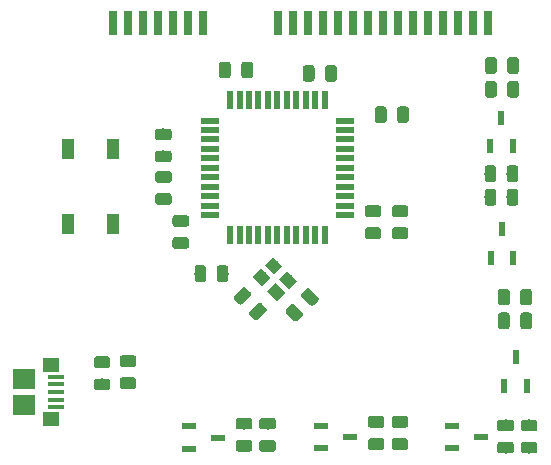
<source format=gbr>
G04 #@! TF.GenerationSoftware,KiCad,Pcbnew,(5.1.4)-1*
G04 #@! TF.CreationDate,2021-01-13T15:58:14-08:00*
G04 #@! TF.ProjectId,Fan Controller,46616e20-436f-46e7-9472-6f6c6c65722e,rev?*
G04 #@! TF.SameCoordinates,Original*
G04 #@! TF.FileFunction,Paste,Top*
G04 #@! TF.FilePolarity,Positive*
%FSLAX46Y46*%
G04 Gerber Fmt 4.6, Leading zero omitted, Abs format (unit mm)*
G04 Created by KiCad (PCBNEW (5.1.4)-1) date 2021-01-13 15:58:14*
%MOMM*%
%LPD*%
G04 APERTURE LIST*
%ADD10C,0.100000*%
%ADD11C,0.975000*%
%ADD12C,1.000000*%
%ADD13R,0.550000X1.500000*%
%ADD14R,1.500000X0.550000*%
%ADD15R,0.558800X1.270000*%
%ADD16R,1.270000X0.558800*%
%ADD17R,1.000000X1.700000*%
%ADD18R,1.450000X1.150000*%
%ADD19R,1.900000X1.750000*%
%ADD20R,1.400000X0.400000*%
%ADD21R,0.762000X2.006600*%
G04 APERTURE END LIST*
D10*
G36*
X94827142Y-59351374D02*
G01*
X94850803Y-59354884D01*
X94874007Y-59360696D01*
X94896529Y-59368754D01*
X94918153Y-59378982D01*
X94938670Y-59391279D01*
X94957883Y-59405529D01*
X94975607Y-59421593D01*
X94991671Y-59439317D01*
X95005921Y-59458530D01*
X95018218Y-59479047D01*
X95028446Y-59500671D01*
X95036504Y-59523193D01*
X95042316Y-59546397D01*
X95045826Y-59570058D01*
X95047000Y-59593950D01*
X95047000Y-60506450D01*
X95045826Y-60530342D01*
X95042316Y-60554003D01*
X95036504Y-60577207D01*
X95028446Y-60599729D01*
X95018218Y-60621353D01*
X95005921Y-60641870D01*
X94991671Y-60661083D01*
X94975607Y-60678807D01*
X94957883Y-60694871D01*
X94938670Y-60709121D01*
X94918153Y-60721418D01*
X94896529Y-60731646D01*
X94874007Y-60739704D01*
X94850803Y-60745516D01*
X94827142Y-60749026D01*
X94803250Y-60750200D01*
X94315750Y-60750200D01*
X94291858Y-60749026D01*
X94268197Y-60745516D01*
X94244993Y-60739704D01*
X94222471Y-60731646D01*
X94200847Y-60721418D01*
X94180330Y-60709121D01*
X94161117Y-60694871D01*
X94143393Y-60678807D01*
X94127329Y-60661083D01*
X94113079Y-60641870D01*
X94100782Y-60621353D01*
X94090554Y-60599729D01*
X94082496Y-60577207D01*
X94076684Y-60554003D01*
X94073174Y-60530342D01*
X94072000Y-60506450D01*
X94072000Y-59593950D01*
X94073174Y-59570058D01*
X94076684Y-59546397D01*
X94082496Y-59523193D01*
X94090554Y-59500671D01*
X94100782Y-59479047D01*
X94113079Y-59458530D01*
X94127329Y-59439317D01*
X94143393Y-59421593D01*
X94161117Y-59405529D01*
X94180330Y-59391279D01*
X94200847Y-59378982D01*
X94222471Y-59368754D01*
X94244993Y-59360696D01*
X94268197Y-59354884D01*
X94291858Y-59351374D01*
X94315750Y-59350200D01*
X94803250Y-59350200D01*
X94827142Y-59351374D01*
X94827142Y-59351374D01*
G37*
D11*
X94559500Y-60050200D03*
D10*
G36*
X92952142Y-59351374D02*
G01*
X92975803Y-59354884D01*
X92999007Y-59360696D01*
X93021529Y-59368754D01*
X93043153Y-59378982D01*
X93063670Y-59391279D01*
X93082883Y-59405529D01*
X93100607Y-59421593D01*
X93116671Y-59439317D01*
X93130921Y-59458530D01*
X93143218Y-59479047D01*
X93153446Y-59500671D01*
X93161504Y-59523193D01*
X93167316Y-59546397D01*
X93170826Y-59570058D01*
X93172000Y-59593950D01*
X93172000Y-60506450D01*
X93170826Y-60530342D01*
X93167316Y-60554003D01*
X93161504Y-60577207D01*
X93153446Y-60599729D01*
X93143218Y-60621353D01*
X93130921Y-60641870D01*
X93116671Y-60661083D01*
X93100607Y-60678807D01*
X93082883Y-60694871D01*
X93063670Y-60709121D01*
X93043153Y-60721418D01*
X93021529Y-60731646D01*
X92999007Y-60739704D01*
X92975803Y-60745516D01*
X92952142Y-60749026D01*
X92928250Y-60750200D01*
X92440750Y-60750200D01*
X92416858Y-60749026D01*
X92393197Y-60745516D01*
X92369993Y-60739704D01*
X92347471Y-60731646D01*
X92325847Y-60721418D01*
X92305330Y-60709121D01*
X92286117Y-60694871D01*
X92268393Y-60678807D01*
X92252329Y-60661083D01*
X92238079Y-60641870D01*
X92225782Y-60621353D01*
X92215554Y-60599729D01*
X92207496Y-60577207D01*
X92201684Y-60554003D01*
X92198174Y-60530342D01*
X92197000Y-60506450D01*
X92197000Y-59593950D01*
X92198174Y-59570058D01*
X92201684Y-59546397D01*
X92207496Y-59523193D01*
X92215554Y-59500671D01*
X92225782Y-59479047D01*
X92238079Y-59458530D01*
X92252329Y-59439317D01*
X92268393Y-59421593D01*
X92286117Y-59405529D01*
X92305330Y-59391279D01*
X92325847Y-59378982D01*
X92347471Y-59368754D01*
X92369993Y-59360696D01*
X92393197Y-59354884D01*
X92416858Y-59351374D01*
X92440750Y-59350200D01*
X92928250Y-59350200D01*
X92952142Y-59351374D01*
X92952142Y-59351374D01*
G37*
D11*
X92684500Y-60050200D03*
D10*
G36*
X94827142Y-57351374D02*
G01*
X94850803Y-57354884D01*
X94874007Y-57360696D01*
X94896529Y-57368754D01*
X94918153Y-57378982D01*
X94938670Y-57391279D01*
X94957883Y-57405529D01*
X94975607Y-57421593D01*
X94991671Y-57439317D01*
X95005921Y-57458530D01*
X95018218Y-57479047D01*
X95028446Y-57500671D01*
X95036504Y-57523193D01*
X95042316Y-57546397D01*
X95045826Y-57570058D01*
X95047000Y-57593950D01*
X95047000Y-58506450D01*
X95045826Y-58530342D01*
X95042316Y-58554003D01*
X95036504Y-58577207D01*
X95028446Y-58599729D01*
X95018218Y-58621353D01*
X95005921Y-58641870D01*
X94991671Y-58661083D01*
X94975607Y-58678807D01*
X94957883Y-58694871D01*
X94938670Y-58709121D01*
X94918153Y-58721418D01*
X94896529Y-58731646D01*
X94874007Y-58739704D01*
X94850803Y-58745516D01*
X94827142Y-58749026D01*
X94803250Y-58750200D01*
X94315750Y-58750200D01*
X94291858Y-58749026D01*
X94268197Y-58745516D01*
X94244993Y-58739704D01*
X94222471Y-58731646D01*
X94200847Y-58721418D01*
X94180330Y-58709121D01*
X94161117Y-58694871D01*
X94143393Y-58678807D01*
X94127329Y-58661083D01*
X94113079Y-58641870D01*
X94100782Y-58621353D01*
X94090554Y-58599729D01*
X94082496Y-58577207D01*
X94076684Y-58554003D01*
X94073174Y-58530342D01*
X94072000Y-58506450D01*
X94072000Y-57593950D01*
X94073174Y-57570058D01*
X94076684Y-57546397D01*
X94082496Y-57523193D01*
X94090554Y-57500671D01*
X94100782Y-57479047D01*
X94113079Y-57458530D01*
X94127329Y-57439317D01*
X94143393Y-57421593D01*
X94161117Y-57405529D01*
X94180330Y-57391279D01*
X94200847Y-57378982D01*
X94222471Y-57368754D01*
X94244993Y-57360696D01*
X94268197Y-57354884D01*
X94291858Y-57351374D01*
X94315750Y-57350200D01*
X94803250Y-57350200D01*
X94827142Y-57351374D01*
X94827142Y-57351374D01*
G37*
D11*
X94559500Y-58050200D03*
D10*
G36*
X92952142Y-57351374D02*
G01*
X92975803Y-57354884D01*
X92999007Y-57360696D01*
X93021529Y-57368754D01*
X93043153Y-57378982D01*
X93063670Y-57391279D01*
X93082883Y-57405529D01*
X93100607Y-57421593D01*
X93116671Y-57439317D01*
X93130921Y-57458530D01*
X93143218Y-57479047D01*
X93153446Y-57500671D01*
X93161504Y-57523193D01*
X93167316Y-57546397D01*
X93170826Y-57570058D01*
X93172000Y-57593950D01*
X93172000Y-58506450D01*
X93170826Y-58530342D01*
X93167316Y-58554003D01*
X93161504Y-58577207D01*
X93153446Y-58599729D01*
X93143218Y-58621353D01*
X93130921Y-58641870D01*
X93116671Y-58661083D01*
X93100607Y-58678807D01*
X93082883Y-58694871D01*
X93063670Y-58709121D01*
X93043153Y-58721418D01*
X93021529Y-58731646D01*
X92999007Y-58739704D01*
X92975803Y-58745516D01*
X92952142Y-58749026D01*
X92928250Y-58750200D01*
X92440750Y-58750200D01*
X92416858Y-58749026D01*
X92393197Y-58745516D01*
X92369993Y-58739704D01*
X92347471Y-58731646D01*
X92325847Y-58721418D01*
X92305330Y-58709121D01*
X92286117Y-58694871D01*
X92268393Y-58678807D01*
X92252329Y-58661083D01*
X92238079Y-58641870D01*
X92225782Y-58621353D01*
X92215554Y-58599729D01*
X92207496Y-58577207D01*
X92201684Y-58554003D01*
X92198174Y-58530342D01*
X92197000Y-58506450D01*
X92197000Y-57593950D01*
X92198174Y-57570058D01*
X92201684Y-57546397D01*
X92207496Y-57523193D01*
X92215554Y-57500671D01*
X92225782Y-57479047D01*
X92238079Y-57458530D01*
X92252329Y-57439317D01*
X92268393Y-57421593D01*
X92286117Y-57405529D01*
X92305330Y-57391279D01*
X92325847Y-57378982D01*
X92347471Y-57368754D01*
X92369993Y-57360696D01*
X92393197Y-57354884D01*
X92416858Y-57351374D01*
X92440750Y-57350200D01*
X92928250Y-57350200D01*
X92952142Y-57351374D01*
X92952142Y-57351374D01*
G37*
D11*
X92684500Y-58050200D03*
D10*
G36*
X94777142Y-68501374D02*
G01*
X94800803Y-68504884D01*
X94824007Y-68510696D01*
X94846529Y-68518754D01*
X94868153Y-68528982D01*
X94888670Y-68541279D01*
X94907883Y-68555529D01*
X94925607Y-68571593D01*
X94941671Y-68589317D01*
X94955921Y-68608530D01*
X94968218Y-68629047D01*
X94978446Y-68650671D01*
X94986504Y-68673193D01*
X94992316Y-68696397D01*
X94995826Y-68720058D01*
X94997000Y-68743950D01*
X94997000Y-69656450D01*
X94995826Y-69680342D01*
X94992316Y-69704003D01*
X94986504Y-69727207D01*
X94978446Y-69749729D01*
X94968218Y-69771353D01*
X94955921Y-69791870D01*
X94941671Y-69811083D01*
X94925607Y-69828807D01*
X94907883Y-69844871D01*
X94888670Y-69859121D01*
X94868153Y-69871418D01*
X94846529Y-69881646D01*
X94824007Y-69889704D01*
X94800803Y-69895516D01*
X94777142Y-69899026D01*
X94753250Y-69900200D01*
X94265750Y-69900200D01*
X94241858Y-69899026D01*
X94218197Y-69895516D01*
X94194993Y-69889704D01*
X94172471Y-69881646D01*
X94150847Y-69871418D01*
X94130330Y-69859121D01*
X94111117Y-69844871D01*
X94093393Y-69828807D01*
X94077329Y-69811083D01*
X94063079Y-69791870D01*
X94050782Y-69771353D01*
X94040554Y-69749729D01*
X94032496Y-69727207D01*
X94026684Y-69704003D01*
X94023174Y-69680342D01*
X94022000Y-69656450D01*
X94022000Y-68743950D01*
X94023174Y-68720058D01*
X94026684Y-68696397D01*
X94032496Y-68673193D01*
X94040554Y-68650671D01*
X94050782Y-68629047D01*
X94063079Y-68608530D01*
X94077329Y-68589317D01*
X94093393Y-68571593D01*
X94111117Y-68555529D01*
X94130330Y-68541279D01*
X94150847Y-68528982D01*
X94172471Y-68518754D01*
X94194993Y-68510696D01*
X94218197Y-68504884D01*
X94241858Y-68501374D01*
X94265750Y-68500200D01*
X94753250Y-68500200D01*
X94777142Y-68501374D01*
X94777142Y-68501374D01*
G37*
D11*
X94509500Y-69200200D03*
D10*
G36*
X92902142Y-68501374D02*
G01*
X92925803Y-68504884D01*
X92949007Y-68510696D01*
X92971529Y-68518754D01*
X92993153Y-68528982D01*
X93013670Y-68541279D01*
X93032883Y-68555529D01*
X93050607Y-68571593D01*
X93066671Y-68589317D01*
X93080921Y-68608530D01*
X93093218Y-68629047D01*
X93103446Y-68650671D01*
X93111504Y-68673193D01*
X93117316Y-68696397D01*
X93120826Y-68720058D01*
X93122000Y-68743950D01*
X93122000Y-69656450D01*
X93120826Y-69680342D01*
X93117316Y-69704003D01*
X93111504Y-69727207D01*
X93103446Y-69749729D01*
X93093218Y-69771353D01*
X93080921Y-69791870D01*
X93066671Y-69811083D01*
X93050607Y-69828807D01*
X93032883Y-69844871D01*
X93013670Y-69859121D01*
X92993153Y-69871418D01*
X92971529Y-69881646D01*
X92949007Y-69889704D01*
X92925803Y-69895516D01*
X92902142Y-69899026D01*
X92878250Y-69900200D01*
X92390750Y-69900200D01*
X92366858Y-69899026D01*
X92343197Y-69895516D01*
X92319993Y-69889704D01*
X92297471Y-69881646D01*
X92275847Y-69871418D01*
X92255330Y-69859121D01*
X92236117Y-69844871D01*
X92218393Y-69828807D01*
X92202329Y-69811083D01*
X92188079Y-69791870D01*
X92175782Y-69771353D01*
X92165554Y-69749729D01*
X92157496Y-69727207D01*
X92151684Y-69704003D01*
X92148174Y-69680342D01*
X92147000Y-69656450D01*
X92147000Y-68743950D01*
X92148174Y-68720058D01*
X92151684Y-68696397D01*
X92157496Y-68673193D01*
X92165554Y-68650671D01*
X92175782Y-68629047D01*
X92188079Y-68608530D01*
X92202329Y-68589317D01*
X92218393Y-68571593D01*
X92236117Y-68555529D01*
X92255330Y-68541279D01*
X92275847Y-68528982D01*
X92297471Y-68518754D01*
X92319993Y-68510696D01*
X92343197Y-68504884D01*
X92366858Y-68501374D01*
X92390750Y-68500200D01*
X92878250Y-68500200D01*
X92902142Y-68501374D01*
X92902142Y-68501374D01*
G37*
D11*
X92634500Y-69200200D03*
D10*
G36*
X94777142Y-66501374D02*
G01*
X94800803Y-66504884D01*
X94824007Y-66510696D01*
X94846529Y-66518754D01*
X94868153Y-66528982D01*
X94888670Y-66541279D01*
X94907883Y-66555529D01*
X94925607Y-66571593D01*
X94941671Y-66589317D01*
X94955921Y-66608530D01*
X94968218Y-66629047D01*
X94978446Y-66650671D01*
X94986504Y-66673193D01*
X94992316Y-66696397D01*
X94995826Y-66720058D01*
X94997000Y-66743950D01*
X94997000Y-67656450D01*
X94995826Y-67680342D01*
X94992316Y-67704003D01*
X94986504Y-67727207D01*
X94978446Y-67749729D01*
X94968218Y-67771353D01*
X94955921Y-67791870D01*
X94941671Y-67811083D01*
X94925607Y-67828807D01*
X94907883Y-67844871D01*
X94888670Y-67859121D01*
X94868153Y-67871418D01*
X94846529Y-67881646D01*
X94824007Y-67889704D01*
X94800803Y-67895516D01*
X94777142Y-67899026D01*
X94753250Y-67900200D01*
X94265750Y-67900200D01*
X94241858Y-67899026D01*
X94218197Y-67895516D01*
X94194993Y-67889704D01*
X94172471Y-67881646D01*
X94150847Y-67871418D01*
X94130330Y-67859121D01*
X94111117Y-67844871D01*
X94093393Y-67828807D01*
X94077329Y-67811083D01*
X94063079Y-67791870D01*
X94050782Y-67771353D01*
X94040554Y-67749729D01*
X94032496Y-67727207D01*
X94026684Y-67704003D01*
X94023174Y-67680342D01*
X94022000Y-67656450D01*
X94022000Y-66743950D01*
X94023174Y-66720058D01*
X94026684Y-66696397D01*
X94032496Y-66673193D01*
X94040554Y-66650671D01*
X94050782Y-66629047D01*
X94063079Y-66608530D01*
X94077329Y-66589317D01*
X94093393Y-66571593D01*
X94111117Y-66555529D01*
X94130330Y-66541279D01*
X94150847Y-66528982D01*
X94172471Y-66518754D01*
X94194993Y-66510696D01*
X94218197Y-66504884D01*
X94241858Y-66501374D01*
X94265750Y-66500200D01*
X94753250Y-66500200D01*
X94777142Y-66501374D01*
X94777142Y-66501374D01*
G37*
D11*
X94509500Y-67200200D03*
D10*
G36*
X92902142Y-66501374D02*
G01*
X92925803Y-66504884D01*
X92949007Y-66510696D01*
X92971529Y-66518754D01*
X92993153Y-66528982D01*
X93013670Y-66541279D01*
X93032883Y-66555529D01*
X93050607Y-66571593D01*
X93066671Y-66589317D01*
X93080921Y-66608530D01*
X93093218Y-66629047D01*
X93103446Y-66650671D01*
X93111504Y-66673193D01*
X93117316Y-66696397D01*
X93120826Y-66720058D01*
X93122000Y-66743950D01*
X93122000Y-67656450D01*
X93120826Y-67680342D01*
X93117316Y-67704003D01*
X93111504Y-67727207D01*
X93103446Y-67749729D01*
X93093218Y-67771353D01*
X93080921Y-67791870D01*
X93066671Y-67811083D01*
X93050607Y-67828807D01*
X93032883Y-67844871D01*
X93013670Y-67859121D01*
X92993153Y-67871418D01*
X92971529Y-67881646D01*
X92949007Y-67889704D01*
X92925803Y-67895516D01*
X92902142Y-67899026D01*
X92878250Y-67900200D01*
X92390750Y-67900200D01*
X92366858Y-67899026D01*
X92343197Y-67895516D01*
X92319993Y-67889704D01*
X92297471Y-67881646D01*
X92275847Y-67871418D01*
X92255330Y-67859121D01*
X92236117Y-67844871D01*
X92218393Y-67828807D01*
X92202329Y-67811083D01*
X92188079Y-67791870D01*
X92175782Y-67771353D01*
X92165554Y-67749729D01*
X92157496Y-67727207D01*
X92151684Y-67704003D01*
X92148174Y-67680342D01*
X92147000Y-67656450D01*
X92147000Y-66743950D01*
X92148174Y-66720058D01*
X92151684Y-66696397D01*
X92157496Y-66673193D01*
X92165554Y-66650671D01*
X92175782Y-66629047D01*
X92188079Y-66608530D01*
X92202329Y-66589317D01*
X92218393Y-66571593D01*
X92236117Y-66555529D01*
X92255330Y-66541279D01*
X92275847Y-66528982D01*
X92297471Y-66518754D01*
X92319993Y-66510696D01*
X92343197Y-66504884D01*
X92366858Y-66501374D01*
X92390750Y-66500200D01*
X92878250Y-66500200D01*
X92902142Y-66501374D01*
X92902142Y-66501374D01*
G37*
D11*
X92634500Y-67200200D03*
D10*
G36*
X95927142Y-76951374D02*
G01*
X95950803Y-76954884D01*
X95974007Y-76960696D01*
X95996529Y-76968754D01*
X96018153Y-76978982D01*
X96038670Y-76991279D01*
X96057883Y-77005529D01*
X96075607Y-77021593D01*
X96091671Y-77039317D01*
X96105921Y-77058530D01*
X96118218Y-77079047D01*
X96128446Y-77100671D01*
X96136504Y-77123193D01*
X96142316Y-77146397D01*
X96145826Y-77170058D01*
X96147000Y-77193950D01*
X96147000Y-78106450D01*
X96145826Y-78130342D01*
X96142316Y-78154003D01*
X96136504Y-78177207D01*
X96128446Y-78199729D01*
X96118218Y-78221353D01*
X96105921Y-78241870D01*
X96091671Y-78261083D01*
X96075607Y-78278807D01*
X96057883Y-78294871D01*
X96038670Y-78309121D01*
X96018153Y-78321418D01*
X95996529Y-78331646D01*
X95974007Y-78339704D01*
X95950803Y-78345516D01*
X95927142Y-78349026D01*
X95903250Y-78350200D01*
X95415750Y-78350200D01*
X95391858Y-78349026D01*
X95368197Y-78345516D01*
X95344993Y-78339704D01*
X95322471Y-78331646D01*
X95300847Y-78321418D01*
X95280330Y-78309121D01*
X95261117Y-78294871D01*
X95243393Y-78278807D01*
X95227329Y-78261083D01*
X95213079Y-78241870D01*
X95200782Y-78221353D01*
X95190554Y-78199729D01*
X95182496Y-78177207D01*
X95176684Y-78154003D01*
X95173174Y-78130342D01*
X95172000Y-78106450D01*
X95172000Y-77193950D01*
X95173174Y-77170058D01*
X95176684Y-77146397D01*
X95182496Y-77123193D01*
X95190554Y-77100671D01*
X95200782Y-77079047D01*
X95213079Y-77058530D01*
X95227329Y-77039317D01*
X95243393Y-77021593D01*
X95261117Y-77005529D01*
X95280330Y-76991279D01*
X95300847Y-76978982D01*
X95322471Y-76968754D01*
X95344993Y-76960696D01*
X95368197Y-76954884D01*
X95391858Y-76951374D01*
X95415750Y-76950200D01*
X95903250Y-76950200D01*
X95927142Y-76951374D01*
X95927142Y-76951374D01*
G37*
D11*
X95659500Y-77650200D03*
D10*
G36*
X94052142Y-76951374D02*
G01*
X94075803Y-76954884D01*
X94099007Y-76960696D01*
X94121529Y-76968754D01*
X94143153Y-76978982D01*
X94163670Y-76991279D01*
X94182883Y-77005529D01*
X94200607Y-77021593D01*
X94216671Y-77039317D01*
X94230921Y-77058530D01*
X94243218Y-77079047D01*
X94253446Y-77100671D01*
X94261504Y-77123193D01*
X94267316Y-77146397D01*
X94270826Y-77170058D01*
X94272000Y-77193950D01*
X94272000Y-78106450D01*
X94270826Y-78130342D01*
X94267316Y-78154003D01*
X94261504Y-78177207D01*
X94253446Y-78199729D01*
X94243218Y-78221353D01*
X94230921Y-78241870D01*
X94216671Y-78261083D01*
X94200607Y-78278807D01*
X94182883Y-78294871D01*
X94163670Y-78309121D01*
X94143153Y-78321418D01*
X94121529Y-78331646D01*
X94099007Y-78339704D01*
X94075803Y-78345516D01*
X94052142Y-78349026D01*
X94028250Y-78350200D01*
X93540750Y-78350200D01*
X93516858Y-78349026D01*
X93493197Y-78345516D01*
X93469993Y-78339704D01*
X93447471Y-78331646D01*
X93425847Y-78321418D01*
X93405330Y-78309121D01*
X93386117Y-78294871D01*
X93368393Y-78278807D01*
X93352329Y-78261083D01*
X93338079Y-78241870D01*
X93325782Y-78221353D01*
X93315554Y-78199729D01*
X93307496Y-78177207D01*
X93301684Y-78154003D01*
X93298174Y-78130342D01*
X93297000Y-78106450D01*
X93297000Y-77193950D01*
X93298174Y-77170058D01*
X93301684Y-77146397D01*
X93307496Y-77123193D01*
X93315554Y-77100671D01*
X93325782Y-77079047D01*
X93338079Y-77058530D01*
X93352329Y-77039317D01*
X93368393Y-77021593D01*
X93386117Y-77005529D01*
X93405330Y-76991279D01*
X93425847Y-76978982D01*
X93447471Y-76968754D01*
X93469993Y-76960696D01*
X93493197Y-76954884D01*
X93516858Y-76951374D01*
X93540750Y-76950200D01*
X94028250Y-76950200D01*
X94052142Y-76951374D01*
X94052142Y-76951374D01*
G37*
D11*
X93784500Y-77650200D03*
D10*
G36*
X95927142Y-78951374D02*
G01*
X95950803Y-78954884D01*
X95974007Y-78960696D01*
X95996529Y-78968754D01*
X96018153Y-78978982D01*
X96038670Y-78991279D01*
X96057883Y-79005529D01*
X96075607Y-79021593D01*
X96091671Y-79039317D01*
X96105921Y-79058530D01*
X96118218Y-79079047D01*
X96128446Y-79100671D01*
X96136504Y-79123193D01*
X96142316Y-79146397D01*
X96145826Y-79170058D01*
X96147000Y-79193950D01*
X96147000Y-80106450D01*
X96145826Y-80130342D01*
X96142316Y-80154003D01*
X96136504Y-80177207D01*
X96128446Y-80199729D01*
X96118218Y-80221353D01*
X96105921Y-80241870D01*
X96091671Y-80261083D01*
X96075607Y-80278807D01*
X96057883Y-80294871D01*
X96038670Y-80309121D01*
X96018153Y-80321418D01*
X95996529Y-80331646D01*
X95974007Y-80339704D01*
X95950803Y-80345516D01*
X95927142Y-80349026D01*
X95903250Y-80350200D01*
X95415750Y-80350200D01*
X95391858Y-80349026D01*
X95368197Y-80345516D01*
X95344993Y-80339704D01*
X95322471Y-80331646D01*
X95300847Y-80321418D01*
X95280330Y-80309121D01*
X95261117Y-80294871D01*
X95243393Y-80278807D01*
X95227329Y-80261083D01*
X95213079Y-80241870D01*
X95200782Y-80221353D01*
X95190554Y-80199729D01*
X95182496Y-80177207D01*
X95176684Y-80154003D01*
X95173174Y-80130342D01*
X95172000Y-80106450D01*
X95172000Y-79193950D01*
X95173174Y-79170058D01*
X95176684Y-79146397D01*
X95182496Y-79123193D01*
X95190554Y-79100671D01*
X95200782Y-79079047D01*
X95213079Y-79058530D01*
X95227329Y-79039317D01*
X95243393Y-79021593D01*
X95261117Y-79005529D01*
X95280330Y-78991279D01*
X95300847Y-78978982D01*
X95322471Y-78968754D01*
X95344993Y-78960696D01*
X95368197Y-78954884D01*
X95391858Y-78951374D01*
X95415750Y-78950200D01*
X95903250Y-78950200D01*
X95927142Y-78951374D01*
X95927142Y-78951374D01*
G37*
D11*
X95659500Y-79650200D03*
D10*
G36*
X94052142Y-78951374D02*
G01*
X94075803Y-78954884D01*
X94099007Y-78960696D01*
X94121529Y-78968754D01*
X94143153Y-78978982D01*
X94163670Y-78991279D01*
X94182883Y-79005529D01*
X94200607Y-79021593D01*
X94216671Y-79039317D01*
X94230921Y-79058530D01*
X94243218Y-79079047D01*
X94253446Y-79100671D01*
X94261504Y-79123193D01*
X94267316Y-79146397D01*
X94270826Y-79170058D01*
X94272000Y-79193950D01*
X94272000Y-80106450D01*
X94270826Y-80130342D01*
X94267316Y-80154003D01*
X94261504Y-80177207D01*
X94253446Y-80199729D01*
X94243218Y-80221353D01*
X94230921Y-80241870D01*
X94216671Y-80261083D01*
X94200607Y-80278807D01*
X94182883Y-80294871D01*
X94163670Y-80309121D01*
X94143153Y-80321418D01*
X94121529Y-80331646D01*
X94099007Y-80339704D01*
X94075803Y-80345516D01*
X94052142Y-80349026D01*
X94028250Y-80350200D01*
X93540750Y-80350200D01*
X93516858Y-80349026D01*
X93493197Y-80345516D01*
X93469993Y-80339704D01*
X93447471Y-80331646D01*
X93425847Y-80321418D01*
X93405330Y-80309121D01*
X93386117Y-80294871D01*
X93368393Y-80278807D01*
X93352329Y-80261083D01*
X93338079Y-80241870D01*
X93325782Y-80221353D01*
X93315554Y-80199729D01*
X93307496Y-80177207D01*
X93301684Y-80154003D01*
X93298174Y-80130342D01*
X93297000Y-80106450D01*
X93297000Y-79193950D01*
X93298174Y-79170058D01*
X93301684Y-79146397D01*
X93307496Y-79123193D01*
X93315554Y-79100671D01*
X93325782Y-79079047D01*
X93338079Y-79058530D01*
X93352329Y-79039317D01*
X93368393Y-79021593D01*
X93386117Y-79005529D01*
X93405330Y-78991279D01*
X93425847Y-78978982D01*
X93447471Y-78968754D01*
X93469993Y-78960696D01*
X93493197Y-78954884D01*
X93516858Y-78951374D01*
X93540750Y-78950200D01*
X94028250Y-78950200D01*
X94052142Y-78951374D01*
X94052142Y-78951374D01*
G37*
D11*
X93784500Y-79650200D03*
D10*
G36*
X96402142Y-89901374D02*
G01*
X96425803Y-89904884D01*
X96449007Y-89910696D01*
X96471529Y-89918754D01*
X96493153Y-89928982D01*
X96513670Y-89941279D01*
X96532883Y-89955529D01*
X96550607Y-89971593D01*
X96566671Y-89989317D01*
X96580921Y-90008530D01*
X96593218Y-90029047D01*
X96603446Y-90050671D01*
X96611504Y-90073193D01*
X96617316Y-90096397D01*
X96620826Y-90120058D01*
X96622000Y-90143950D01*
X96622000Y-90631450D01*
X96620826Y-90655342D01*
X96617316Y-90679003D01*
X96611504Y-90702207D01*
X96603446Y-90724729D01*
X96593218Y-90746353D01*
X96580921Y-90766870D01*
X96566671Y-90786083D01*
X96550607Y-90803807D01*
X96532883Y-90819871D01*
X96513670Y-90834121D01*
X96493153Y-90846418D01*
X96471529Y-90856646D01*
X96449007Y-90864704D01*
X96425803Y-90870516D01*
X96402142Y-90874026D01*
X96378250Y-90875200D01*
X95465750Y-90875200D01*
X95441858Y-90874026D01*
X95418197Y-90870516D01*
X95394993Y-90864704D01*
X95372471Y-90856646D01*
X95350847Y-90846418D01*
X95330330Y-90834121D01*
X95311117Y-90819871D01*
X95293393Y-90803807D01*
X95277329Y-90786083D01*
X95263079Y-90766870D01*
X95250782Y-90746353D01*
X95240554Y-90724729D01*
X95232496Y-90702207D01*
X95226684Y-90679003D01*
X95223174Y-90655342D01*
X95222000Y-90631450D01*
X95222000Y-90143950D01*
X95223174Y-90120058D01*
X95226684Y-90096397D01*
X95232496Y-90073193D01*
X95240554Y-90050671D01*
X95250782Y-90029047D01*
X95263079Y-90008530D01*
X95277329Y-89989317D01*
X95293393Y-89971593D01*
X95311117Y-89955529D01*
X95330330Y-89941279D01*
X95350847Y-89928982D01*
X95372471Y-89918754D01*
X95394993Y-89910696D01*
X95418197Y-89904884D01*
X95441858Y-89901374D01*
X95465750Y-89900200D01*
X96378250Y-89900200D01*
X96402142Y-89901374D01*
X96402142Y-89901374D01*
G37*
D11*
X95922000Y-90387700D03*
D10*
G36*
X96402142Y-88026374D02*
G01*
X96425803Y-88029884D01*
X96449007Y-88035696D01*
X96471529Y-88043754D01*
X96493153Y-88053982D01*
X96513670Y-88066279D01*
X96532883Y-88080529D01*
X96550607Y-88096593D01*
X96566671Y-88114317D01*
X96580921Y-88133530D01*
X96593218Y-88154047D01*
X96603446Y-88175671D01*
X96611504Y-88198193D01*
X96617316Y-88221397D01*
X96620826Y-88245058D01*
X96622000Y-88268950D01*
X96622000Y-88756450D01*
X96620826Y-88780342D01*
X96617316Y-88804003D01*
X96611504Y-88827207D01*
X96603446Y-88849729D01*
X96593218Y-88871353D01*
X96580921Y-88891870D01*
X96566671Y-88911083D01*
X96550607Y-88928807D01*
X96532883Y-88944871D01*
X96513670Y-88959121D01*
X96493153Y-88971418D01*
X96471529Y-88981646D01*
X96449007Y-88989704D01*
X96425803Y-88995516D01*
X96402142Y-88999026D01*
X96378250Y-89000200D01*
X95465750Y-89000200D01*
X95441858Y-88999026D01*
X95418197Y-88995516D01*
X95394993Y-88989704D01*
X95372471Y-88981646D01*
X95350847Y-88971418D01*
X95330330Y-88959121D01*
X95311117Y-88944871D01*
X95293393Y-88928807D01*
X95277329Y-88911083D01*
X95263079Y-88891870D01*
X95250782Y-88871353D01*
X95240554Y-88849729D01*
X95232496Y-88827207D01*
X95226684Y-88804003D01*
X95223174Y-88780342D01*
X95222000Y-88756450D01*
X95222000Y-88268950D01*
X95223174Y-88245058D01*
X95226684Y-88221397D01*
X95232496Y-88198193D01*
X95240554Y-88175671D01*
X95250782Y-88154047D01*
X95263079Y-88133530D01*
X95277329Y-88114317D01*
X95293393Y-88096593D01*
X95311117Y-88080529D01*
X95330330Y-88066279D01*
X95350847Y-88053982D01*
X95372471Y-88043754D01*
X95394993Y-88035696D01*
X95418197Y-88029884D01*
X95441858Y-88026374D01*
X95465750Y-88025200D01*
X96378250Y-88025200D01*
X96402142Y-88026374D01*
X96402142Y-88026374D01*
G37*
D11*
X95922000Y-88512700D03*
D10*
G36*
X94402142Y-89901374D02*
G01*
X94425803Y-89904884D01*
X94449007Y-89910696D01*
X94471529Y-89918754D01*
X94493153Y-89928982D01*
X94513670Y-89941279D01*
X94532883Y-89955529D01*
X94550607Y-89971593D01*
X94566671Y-89989317D01*
X94580921Y-90008530D01*
X94593218Y-90029047D01*
X94603446Y-90050671D01*
X94611504Y-90073193D01*
X94617316Y-90096397D01*
X94620826Y-90120058D01*
X94622000Y-90143950D01*
X94622000Y-90631450D01*
X94620826Y-90655342D01*
X94617316Y-90679003D01*
X94611504Y-90702207D01*
X94603446Y-90724729D01*
X94593218Y-90746353D01*
X94580921Y-90766870D01*
X94566671Y-90786083D01*
X94550607Y-90803807D01*
X94532883Y-90819871D01*
X94513670Y-90834121D01*
X94493153Y-90846418D01*
X94471529Y-90856646D01*
X94449007Y-90864704D01*
X94425803Y-90870516D01*
X94402142Y-90874026D01*
X94378250Y-90875200D01*
X93465750Y-90875200D01*
X93441858Y-90874026D01*
X93418197Y-90870516D01*
X93394993Y-90864704D01*
X93372471Y-90856646D01*
X93350847Y-90846418D01*
X93330330Y-90834121D01*
X93311117Y-90819871D01*
X93293393Y-90803807D01*
X93277329Y-90786083D01*
X93263079Y-90766870D01*
X93250782Y-90746353D01*
X93240554Y-90724729D01*
X93232496Y-90702207D01*
X93226684Y-90679003D01*
X93223174Y-90655342D01*
X93222000Y-90631450D01*
X93222000Y-90143950D01*
X93223174Y-90120058D01*
X93226684Y-90096397D01*
X93232496Y-90073193D01*
X93240554Y-90050671D01*
X93250782Y-90029047D01*
X93263079Y-90008530D01*
X93277329Y-89989317D01*
X93293393Y-89971593D01*
X93311117Y-89955529D01*
X93330330Y-89941279D01*
X93350847Y-89928982D01*
X93372471Y-89918754D01*
X93394993Y-89910696D01*
X93418197Y-89904884D01*
X93441858Y-89901374D01*
X93465750Y-89900200D01*
X94378250Y-89900200D01*
X94402142Y-89901374D01*
X94402142Y-89901374D01*
G37*
D11*
X93922000Y-90387700D03*
D10*
G36*
X94402142Y-88026374D02*
G01*
X94425803Y-88029884D01*
X94449007Y-88035696D01*
X94471529Y-88043754D01*
X94493153Y-88053982D01*
X94513670Y-88066279D01*
X94532883Y-88080529D01*
X94550607Y-88096593D01*
X94566671Y-88114317D01*
X94580921Y-88133530D01*
X94593218Y-88154047D01*
X94603446Y-88175671D01*
X94611504Y-88198193D01*
X94617316Y-88221397D01*
X94620826Y-88245058D01*
X94622000Y-88268950D01*
X94622000Y-88756450D01*
X94620826Y-88780342D01*
X94617316Y-88804003D01*
X94611504Y-88827207D01*
X94603446Y-88849729D01*
X94593218Y-88871353D01*
X94580921Y-88891870D01*
X94566671Y-88911083D01*
X94550607Y-88928807D01*
X94532883Y-88944871D01*
X94513670Y-88959121D01*
X94493153Y-88971418D01*
X94471529Y-88981646D01*
X94449007Y-88989704D01*
X94425803Y-88995516D01*
X94402142Y-88999026D01*
X94378250Y-89000200D01*
X93465750Y-89000200D01*
X93441858Y-88999026D01*
X93418197Y-88995516D01*
X93394993Y-88989704D01*
X93372471Y-88981646D01*
X93350847Y-88971418D01*
X93330330Y-88959121D01*
X93311117Y-88944871D01*
X93293393Y-88928807D01*
X93277329Y-88911083D01*
X93263079Y-88891870D01*
X93250782Y-88871353D01*
X93240554Y-88849729D01*
X93232496Y-88827207D01*
X93226684Y-88804003D01*
X93223174Y-88780342D01*
X93222000Y-88756450D01*
X93222000Y-88268950D01*
X93223174Y-88245058D01*
X93226684Y-88221397D01*
X93232496Y-88198193D01*
X93240554Y-88175671D01*
X93250782Y-88154047D01*
X93263079Y-88133530D01*
X93277329Y-88114317D01*
X93293393Y-88096593D01*
X93311117Y-88080529D01*
X93330330Y-88066279D01*
X93350847Y-88053982D01*
X93372471Y-88043754D01*
X93394993Y-88035696D01*
X93418197Y-88029884D01*
X93441858Y-88026374D01*
X93465750Y-88025200D01*
X94378250Y-88025200D01*
X94402142Y-88026374D01*
X94402142Y-88026374D01*
G37*
D11*
X93922000Y-88512700D03*
D10*
G36*
X85452142Y-89601374D02*
G01*
X85475803Y-89604884D01*
X85499007Y-89610696D01*
X85521529Y-89618754D01*
X85543153Y-89628982D01*
X85563670Y-89641279D01*
X85582883Y-89655529D01*
X85600607Y-89671593D01*
X85616671Y-89689317D01*
X85630921Y-89708530D01*
X85643218Y-89729047D01*
X85653446Y-89750671D01*
X85661504Y-89773193D01*
X85667316Y-89796397D01*
X85670826Y-89820058D01*
X85672000Y-89843950D01*
X85672000Y-90331450D01*
X85670826Y-90355342D01*
X85667316Y-90379003D01*
X85661504Y-90402207D01*
X85653446Y-90424729D01*
X85643218Y-90446353D01*
X85630921Y-90466870D01*
X85616671Y-90486083D01*
X85600607Y-90503807D01*
X85582883Y-90519871D01*
X85563670Y-90534121D01*
X85543153Y-90546418D01*
X85521529Y-90556646D01*
X85499007Y-90564704D01*
X85475803Y-90570516D01*
X85452142Y-90574026D01*
X85428250Y-90575200D01*
X84515750Y-90575200D01*
X84491858Y-90574026D01*
X84468197Y-90570516D01*
X84444993Y-90564704D01*
X84422471Y-90556646D01*
X84400847Y-90546418D01*
X84380330Y-90534121D01*
X84361117Y-90519871D01*
X84343393Y-90503807D01*
X84327329Y-90486083D01*
X84313079Y-90466870D01*
X84300782Y-90446353D01*
X84290554Y-90424729D01*
X84282496Y-90402207D01*
X84276684Y-90379003D01*
X84273174Y-90355342D01*
X84272000Y-90331450D01*
X84272000Y-89843950D01*
X84273174Y-89820058D01*
X84276684Y-89796397D01*
X84282496Y-89773193D01*
X84290554Y-89750671D01*
X84300782Y-89729047D01*
X84313079Y-89708530D01*
X84327329Y-89689317D01*
X84343393Y-89671593D01*
X84361117Y-89655529D01*
X84380330Y-89641279D01*
X84400847Y-89628982D01*
X84422471Y-89618754D01*
X84444993Y-89610696D01*
X84468197Y-89604884D01*
X84491858Y-89601374D01*
X84515750Y-89600200D01*
X85428250Y-89600200D01*
X85452142Y-89601374D01*
X85452142Y-89601374D01*
G37*
D11*
X84972000Y-90087700D03*
D10*
G36*
X85452142Y-87726374D02*
G01*
X85475803Y-87729884D01*
X85499007Y-87735696D01*
X85521529Y-87743754D01*
X85543153Y-87753982D01*
X85563670Y-87766279D01*
X85582883Y-87780529D01*
X85600607Y-87796593D01*
X85616671Y-87814317D01*
X85630921Y-87833530D01*
X85643218Y-87854047D01*
X85653446Y-87875671D01*
X85661504Y-87898193D01*
X85667316Y-87921397D01*
X85670826Y-87945058D01*
X85672000Y-87968950D01*
X85672000Y-88456450D01*
X85670826Y-88480342D01*
X85667316Y-88504003D01*
X85661504Y-88527207D01*
X85653446Y-88549729D01*
X85643218Y-88571353D01*
X85630921Y-88591870D01*
X85616671Y-88611083D01*
X85600607Y-88628807D01*
X85582883Y-88644871D01*
X85563670Y-88659121D01*
X85543153Y-88671418D01*
X85521529Y-88681646D01*
X85499007Y-88689704D01*
X85475803Y-88695516D01*
X85452142Y-88699026D01*
X85428250Y-88700200D01*
X84515750Y-88700200D01*
X84491858Y-88699026D01*
X84468197Y-88695516D01*
X84444993Y-88689704D01*
X84422471Y-88681646D01*
X84400847Y-88671418D01*
X84380330Y-88659121D01*
X84361117Y-88644871D01*
X84343393Y-88628807D01*
X84327329Y-88611083D01*
X84313079Y-88591870D01*
X84300782Y-88571353D01*
X84290554Y-88549729D01*
X84282496Y-88527207D01*
X84276684Y-88504003D01*
X84273174Y-88480342D01*
X84272000Y-88456450D01*
X84272000Y-87968950D01*
X84273174Y-87945058D01*
X84276684Y-87921397D01*
X84282496Y-87898193D01*
X84290554Y-87875671D01*
X84300782Y-87854047D01*
X84313079Y-87833530D01*
X84327329Y-87814317D01*
X84343393Y-87796593D01*
X84361117Y-87780529D01*
X84380330Y-87766279D01*
X84400847Y-87753982D01*
X84422471Y-87743754D01*
X84444993Y-87735696D01*
X84468197Y-87729884D01*
X84491858Y-87726374D01*
X84515750Y-87725200D01*
X85428250Y-87725200D01*
X85452142Y-87726374D01*
X85452142Y-87726374D01*
G37*
D11*
X84972000Y-88212700D03*
D10*
G36*
X83452142Y-89601374D02*
G01*
X83475803Y-89604884D01*
X83499007Y-89610696D01*
X83521529Y-89618754D01*
X83543153Y-89628982D01*
X83563670Y-89641279D01*
X83582883Y-89655529D01*
X83600607Y-89671593D01*
X83616671Y-89689317D01*
X83630921Y-89708530D01*
X83643218Y-89729047D01*
X83653446Y-89750671D01*
X83661504Y-89773193D01*
X83667316Y-89796397D01*
X83670826Y-89820058D01*
X83672000Y-89843950D01*
X83672000Y-90331450D01*
X83670826Y-90355342D01*
X83667316Y-90379003D01*
X83661504Y-90402207D01*
X83653446Y-90424729D01*
X83643218Y-90446353D01*
X83630921Y-90466870D01*
X83616671Y-90486083D01*
X83600607Y-90503807D01*
X83582883Y-90519871D01*
X83563670Y-90534121D01*
X83543153Y-90546418D01*
X83521529Y-90556646D01*
X83499007Y-90564704D01*
X83475803Y-90570516D01*
X83452142Y-90574026D01*
X83428250Y-90575200D01*
X82515750Y-90575200D01*
X82491858Y-90574026D01*
X82468197Y-90570516D01*
X82444993Y-90564704D01*
X82422471Y-90556646D01*
X82400847Y-90546418D01*
X82380330Y-90534121D01*
X82361117Y-90519871D01*
X82343393Y-90503807D01*
X82327329Y-90486083D01*
X82313079Y-90466870D01*
X82300782Y-90446353D01*
X82290554Y-90424729D01*
X82282496Y-90402207D01*
X82276684Y-90379003D01*
X82273174Y-90355342D01*
X82272000Y-90331450D01*
X82272000Y-89843950D01*
X82273174Y-89820058D01*
X82276684Y-89796397D01*
X82282496Y-89773193D01*
X82290554Y-89750671D01*
X82300782Y-89729047D01*
X82313079Y-89708530D01*
X82327329Y-89689317D01*
X82343393Y-89671593D01*
X82361117Y-89655529D01*
X82380330Y-89641279D01*
X82400847Y-89628982D01*
X82422471Y-89618754D01*
X82444993Y-89610696D01*
X82468197Y-89604884D01*
X82491858Y-89601374D01*
X82515750Y-89600200D01*
X83428250Y-89600200D01*
X83452142Y-89601374D01*
X83452142Y-89601374D01*
G37*
D11*
X82972000Y-90087700D03*
D10*
G36*
X83452142Y-87726374D02*
G01*
X83475803Y-87729884D01*
X83499007Y-87735696D01*
X83521529Y-87743754D01*
X83543153Y-87753982D01*
X83563670Y-87766279D01*
X83582883Y-87780529D01*
X83600607Y-87796593D01*
X83616671Y-87814317D01*
X83630921Y-87833530D01*
X83643218Y-87854047D01*
X83653446Y-87875671D01*
X83661504Y-87898193D01*
X83667316Y-87921397D01*
X83670826Y-87945058D01*
X83672000Y-87968950D01*
X83672000Y-88456450D01*
X83670826Y-88480342D01*
X83667316Y-88504003D01*
X83661504Y-88527207D01*
X83653446Y-88549729D01*
X83643218Y-88571353D01*
X83630921Y-88591870D01*
X83616671Y-88611083D01*
X83600607Y-88628807D01*
X83582883Y-88644871D01*
X83563670Y-88659121D01*
X83543153Y-88671418D01*
X83521529Y-88681646D01*
X83499007Y-88689704D01*
X83475803Y-88695516D01*
X83452142Y-88699026D01*
X83428250Y-88700200D01*
X82515750Y-88700200D01*
X82491858Y-88699026D01*
X82468197Y-88695516D01*
X82444993Y-88689704D01*
X82422471Y-88681646D01*
X82400847Y-88671418D01*
X82380330Y-88659121D01*
X82361117Y-88644871D01*
X82343393Y-88628807D01*
X82327329Y-88611083D01*
X82313079Y-88591870D01*
X82300782Y-88571353D01*
X82290554Y-88549729D01*
X82282496Y-88527207D01*
X82276684Y-88504003D01*
X82273174Y-88480342D01*
X82272000Y-88456450D01*
X82272000Y-87968950D01*
X82273174Y-87945058D01*
X82276684Y-87921397D01*
X82282496Y-87898193D01*
X82290554Y-87875671D01*
X82300782Y-87854047D01*
X82313079Y-87833530D01*
X82327329Y-87814317D01*
X82343393Y-87796593D01*
X82361117Y-87780529D01*
X82380330Y-87766279D01*
X82400847Y-87753982D01*
X82422471Y-87743754D01*
X82444993Y-87735696D01*
X82468197Y-87729884D01*
X82491858Y-87726374D01*
X82515750Y-87725200D01*
X83428250Y-87725200D01*
X83452142Y-87726374D01*
X83452142Y-87726374D01*
G37*
D11*
X82972000Y-88212700D03*
D10*
G36*
X74252142Y-89751374D02*
G01*
X74275803Y-89754884D01*
X74299007Y-89760696D01*
X74321529Y-89768754D01*
X74343153Y-89778982D01*
X74363670Y-89791279D01*
X74382883Y-89805529D01*
X74400607Y-89821593D01*
X74416671Y-89839317D01*
X74430921Y-89858530D01*
X74443218Y-89879047D01*
X74453446Y-89900671D01*
X74461504Y-89923193D01*
X74467316Y-89946397D01*
X74470826Y-89970058D01*
X74472000Y-89993950D01*
X74472000Y-90481450D01*
X74470826Y-90505342D01*
X74467316Y-90529003D01*
X74461504Y-90552207D01*
X74453446Y-90574729D01*
X74443218Y-90596353D01*
X74430921Y-90616870D01*
X74416671Y-90636083D01*
X74400607Y-90653807D01*
X74382883Y-90669871D01*
X74363670Y-90684121D01*
X74343153Y-90696418D01*
X74321529Y-90706646D01*
X74299007Y-90714704D01*
X74275803Y-90720516D01*
X74252142Y-90724026D01*
X74228250Y-90725200D01*
X73315750Y-90725200D01*
X73291858Y-90724026D01*
X73268197Y-90720516D01*
X73244993Y-90714704D01*
X73222471Y-90706646D01*
X73200847Y-90696418D01*
X73180330Y-90684121D01*
X73161117Y-90669871D01*
X73143393Y-90653807D01*
X73127329Y-90636083D01*
X73113079Y-90616870D01*
X73100782Y-90596353D01*
X73090554Y-90574729D01*
X73082496Y-90552207D01*
X73076684Y-90529003D01*
X73073174Y-90505342D01*
X73072000Y-90481450D01*
X73072000Y-89993950D01*
X73073174Y-89970058D01*
X73076684Y-89946397D01*
X73082496Y-89923193D01*
X73090554Y-89900671D01*
X73100782Y-89879047D01*
X73113079Y-89858530D01*
X73127329Y-89839317D01*
X73143393Y-89821593D01*
X73161117Y-89805529D01*
X73180330Y-89791279D01*
X73200847Y-89778982D01*
X73222471Y-89768754D01*
X73244993Y-89760696D01*
X73268197Y-89754884D01*
X73291858Y-89751374D01*
X73315750Y-89750200D01*
X74228250Y-89750200D01*
X74252142Y-89751374D01*
X74252142Y-89751374D01*
G37*
D11*
X73772000Y-90237700D03*
D10*
G36*
X74252142Y-87876374D02*
G01*
X74275803Y-87879884D01*
X74299007Y-87885696D01*
X74321529Y-87893754D01*
X74343153Y-87903982D01*
X74363670Y-87916279D01*
X74382883Y-87930529D01*
X74400607Y-87946593D01*
X74416671Y-87964317D01*
X74430921Y-87983530D01*
X74443218Y-88004047D01*
X74453446Y-88025671D01*
X74461504Y-88048193D01*
X74467316Y-88071397D01*
X74470826Y-88095058D01*
X74472000Y-88118950D01*
X74472000Y-88606450D01*
X74470826Y-88630342D01*
X74467316Y-88654003D01*
X74461504Y-88677207D01*
X74453446Y-88699729D01*
X74443218Y-88721353D01*
X74430921Y-88741870D01*
X74416671Y-88761083D01*
X74400607Y-88778807D01*
X74382883Y-88794871D01*
X74363670Y-88809121D01*
X74343153Y-88821418D01*
X74321529Y-88831646D01*
X74299007Y-88839704D01*
X74275803Y-88845516D01*
X74252142Y-88849026D01*
X74228250Y-88850200D01*
X73315750Y-88850200D01*
X73291858Y-88849026D01*
X73268197Y-88845516D01*
X73244993Y-88839704D01*
X73222471Y-88831646D01*
X73200847Y-88821418D01*
X73180330Y-88809121D01*
X73161117Y-88794871D01*
X73143393Y-88778807D01*
X73127329Y-88761083D01*
X73113079Y-88741870D01*
X73100782Y-88721353D01*
X73090554Y-88699729D01*
X73082496Y-88677207D01*
X73076684Y-88654003D01*
X73073174Y-88630342D01*
X73072000Y-88606450D01*
X73072000Y-88118950D01*
X73073174Y-88095058D01*
X73076684Y-88071397D01*
X73082496Y-88048193D01*
X73090554Y-88025671D01*
X73100782Y-88004047D01*
X73113079Y-87983530D01*
X73127329Y-87964317D01*
X73143393Y-87946593D01*
X73161117Y-87930529D01*
X73180330Y-87916279D01*
X73200847Y-87903982D01*
X73222471Y-87893754D01*
X73244993Y-87885696D01*
X73268197Y-87879884D01*
X73291858Y-87876374D01*
X73315750Y-87875200D01*
X74228250Y-87875200D01*
X74252142Y-87876374D01*
X74252142Y-87876374D01*
G37*
D11*
X73772000Y-88362700D03*
D10*
G36*
X72252142Y-89751374D02*
G01*
X72275803Y-89754884D01*
X72299007Y-89760696D01*
X72321529Y-89768754D01*
X72343153Y-89778982D01*
X72363670Y-89791279D01*
X72382883Y-89805529D01*
X72400607Y-89821593D01*
X72416671Y-89839317D01*
X72430921Y-89858530D01*
X72443218Y-89879047D01*
X72453446Y-89900671D01*
X72461504Y-89923193D01*
X72467316Y-89946397D01*
X72470826Y-89970058D01*
X72472000Y-89993950D01*
X72472000Y-90481450D01*
X72470826Y-90505342D01*
X72467316Y-90529003D01*
X72461504Y-90552207D01*
X72453446Y-90574729D01*
X72443218Y-90596353D01*
X72430921Y-90616870D01*
X72416671Y-90636083D01*
X72400607Y-90653807D01*
X72382883Y-90669871D01*
X72363670Y-90684121D01*
X72343153Y-90696418D01*
X72321529Y-90706646D01*
X72299007Y-90714704D01*
X72275803Y-90720516D01*
X72252142Y-90724026D01*
X72228250Y-90725200D01*
X71315750Y-90725200D01*
X71291858Y-90724026D01*
X71268197Y-90720516D01*
X71244993Y-90714704D01*
X71222471Y-90706646D01*
X71200847Y-90696418D01*
X71180330Y-90684121D01*
X71161117Y-90669871D01*
X71143393Y-90653807D01*
X71127329Y-90636083D01*
X71113079Y-90616870D01*
X71100782Y-90596353D01*
X71090554Y-90574729D01*
X71082496Y-90552207D01*
X71076684Y-90529003D01*
X71073174Y-90505342D01*
X71072000Y-90481450D01*
X71072000Y-89993950D01*
X71073174Y-89970058D01*
X71076684Y-89946397D01*
X71082496Y-89923193D01*
X71090554Y-89900671D01*
X71100782Y-89879047D01*
X71113079Y-89858530D01*
X71127329Y-89839317D01*
X71143393Y-89821593D01*
X71161117Y-89805529D01*
X71180330Y-89791279D01*
X71200847Y-89778982D01*
X71222471Y-89768754D01*
X71244993Y-89760696D01*
X71268197Y-89754884D01*
X71291858Y-89751374D01*
X71315750Y-89750200D01*
X72228250Y-89750200D01*
X72252142Y-89751374D01*
X72252142Y-89751374D01*
G37*
D11*
X71772000Y-90237700D03*
D10*
G36*
X72252142Y-87876374D02*
G01*
X72275803Y-87879884D01*
X72299007Y-87885696D01*
X72321529Y-87893754D01*
X72343153Y-87903982D01*
X72363670Y-87916279D01*
X72382883Y-87930529D01*
X72400607Y-87946593D01*
X72416671Y-87964317D01*
X72430921Y-87983530D01*
X72443218Y-88004047D01*
X72453446Y-88025671D01*
X72461504Y-88048193D01*
X72467316Y-88071397D01*
X72470826Y-88095058D01*
X72472000Y-88118950D01*
X72472000Y-88606450D01*
X72470826Y-88630342D01*
X72467316Y-88654003D01*
X72461504Y-88677207D01*
X72453446Y-88699729D01*
X72443218Y-88721353D01*
X72430921Y-88741870D01*
X72416671Y-88761083D01*
X72400607Y-88778807D01*
X72382883Y-88794871D01*
X72363670Y-88809121D01*
X72343153Y-88821418D01*
X72321529Y-88831646D01*
X72299007Y-88839704D01*
X72275803Y-88845516D01*
X72252142Y-88849026D01*
X72228250Y-88850200D01*
X71315750Y-88850200D01*
X71291858Y-88849026D01*
X71268197Y-88845516D01*
X71244993Y-88839704D01*
X71222471Y-88831646D01*
X71200847Y-88821418D01*
X71180330Y-88809121D01*
X71161117Y-88794871D01*
X71143393Y-88778807D01*
X71127329Y-88761083D01*
X71113079Y-88741870D01*
X71100782Y-88721353D01*
X71090554Y-88699729D01*
X71082496Y-88677207D01*
X71076684Y-88654003D01*
X71073174Y-88630342D01*
X71072000Y-88606450D01*
X71072000Y-88118950D01*
X71073174Y-88095058D01*
X71076684Y-88071397D01*
X71082496Y-88048193D01*
X71090554Y-88025671D01*
X71100782Y-88004047D01*
X71113079Y-87983530D01*
X71127329Y-87964317D01*
X71143393Y-87946593D01*
X71161117Y-87930529D01*
X71180330Y-87916279D01*
X71200847Y-87903982D01*
X71222471Y-87893754D01*
X71244993Y-87885696D01*
X71268197Y-87879884D01*
X71291858Y-87876374D01*
X71315750Y-87875200D01*
X72228250Y-87875200D01*
X72252142Y-87876374D01*
X72252142Y-87876374D01*
G37*
D11*
X71772000Y-88362700D03*
D12*
X74523744Y-77213693D03*
D10*
G36*
X75283884Y-77266726D02*
G01*
X74576777Y-77973833D01*
X73763604Y-77160660D01*
X74470711Y-76453553D01*
X75283884Y-77266726D01*
X75283884Y-77266726D01*
G37*
D12*
X73286307Y-75976256D03*
D10*
G36*
X74046447Y-76029289D02*
G01*
X73339340Y-76736396D01*
X72526167Y-75923223D01*
X73233274Y-75216116D01*
X74046447Y-76029289D01*
X74046447Y-76029289D01*
G37*
D12*
X74276256Y-74986307D03*
D10*
G36*
X75036396Y-75039340D02*
G01*
X74329289Y-75746447D01*
X73516116Y-74933274D01*
X74223223Y-74226167D01*
X75036396Y-75039340D01*
X75036396Y-75039340D01*
G37*
D12*
X75513693Y-76223744D03*
D10*
G36*
X76273833Y-76276777D02*
G01*
X75566726Y-76983884D01*
X74753553Y-76170711D01*
X75460660Y-75463604D01*
X76273833Y-76276777D01*
X76273833Y-76276777D01*
G37*
D13*
X70600000Y-61000000D03*
X71400000Y-61000000D03*
X72200000Y-61000000D03*
X73000000Y-61000000D03*
X73800000Y-61000000D03*
X74600000Y-61000000D03*
X75400000Y-61000000D03*
X76200000Y-61000000D03*
X77000000Y-61000000D03*
X77800000Y-61000000D03*
X78600000Y-61000000D03*
D14*
X80300000Y-62700000D03*
X80300000Y-63500000D03*
X80300000Y-64300000D03*
X80300000Y-65100000D03*
X80300000Y-65900000D03*
X80300000Y-66700000D03*
X80300000Y-67500000D03*
X80300000Y-68300000D03*
X80300000Y-69100000D03*
X80300000Y-69900000D03*
X80300000Y-70700000D03*
D13*
X78600000Y-72400000D03*
X77800000Y-72400000D03*
X77000000Y-72400000D03*
X76200000Y-72400000D03*
X75400000Y-72400000D03*
X74600000Y-72400000D03*
X73800000Y-72400000D03*
X73000000Y-72400000D03*
X72200000Y-72400000D03*
X71400000Y-72400000D03*
X70600000Y-72400000D03*
D14*
X68900000Y-70700000D03*
X68900000Y-69900000D03*
X68900000Y-69100000D03*
X68900000Y-68300000D03*
X68900000Y-67500000D03*
X68900000Y-66700000D03*
X68900000Y-65900000D03*
X68900000Y-65100000D03*
X68900000Y-64300000D03*
X68900000Y-63500000D03*
X68900000Y-62700000D03*
D15*
X93573600Y-62447400D03*
X94523601Y-64885800D03*
X92623599Y-64885800D03*
X93624400Y-71856600D03*
X94574401Y-74295000D03*
X92674399Y-74295000D03*
X94772000Y-82731000D03*
X95722001Y-85169400D03*
X93821999Y-85169400D03*
D16*
X91821000Y-89509600D03*
X89382600Y-90459601D03*
X89382600Y-88559599D03*
X80721200Y-89484200D03*
X78282800Y-90434201D03*
X78282800Y-88534199D03*
X69545200Y-89535000D03*
X67106800Y-90485001D03*
X67106800Y-88584999D03*
D17*
X60700000Y-65150000D03*
X60700000Y-71450000D03*
X56900000Y-65150000D03*
X56900000Y-71450000D03*
D10*
G36*
X83630142Y-61501174D02*
G01*
X83653803Y-61504684D01*
X83677007Y-61510496D01*
X83699529Y-61518554D01*
X83721153Y-61528782D01*
X83741670Y-61541079D01*
X83760883Y-61555329D01*
X83778607Y-61571393D01*
X83794671Y-61589117D01*
X83808921Y-61608330D01*
X83821218Y-61628847D01*
X83831446Y-61650471D01*
X83839504Y-61672993D01*
X83845316Y-61696197D01*
X83848826Y-61719858D01*
X83850000Y-61743750D01*
X83850000Y-62656250D01*
X83848826Y-62680142D01*
X83845316Y-62703803D01*
X83839504Y-62727007D01*
X83831446Y-62749529D01*
X83821218Y-62771153D01*
X83808921Y-62791670D01*
X83794671Y-62810883D01*
X83778607Y-62828607D01*
X83760883Y-62844671D01*
X83741670Y-62858921D01*
X83721153Y-62871218D01*
X83699529Y-62881446D01*
X83677007Y-62889504D01*
X83653803Y-62895316D01*
X83630142Y-62898826D01*
X83606250Y-62900000D01*
X83118750Y-62900000D01*
X83094858Y-62898826D01*
X83071197Y-62895316D01*
X83047993Y-62889504D01*
X83025471Y-62881446D01*
X83003847Y-62871218D01*
X82983330Y-62858921D01*
X82964117Y-62844671D01*
X82946393Y-62828607D01*
X82930329Y-62810883D01*
X82916079Y-62791670D01*
X82903782Y-62771153D01*
X82893554Y-62749529D01*
X82885496Y-62727007D01*
X82879684Y-62703803D01*
X82876174Y-62680142D01*
X82875000Y-62656250D01*
X82875000Y-61743750D01*
X82876174Y-61719858D01*
X82879684Y-61696197D01*
X82885496Y-61672993D01*
X82893554Y-61650471D01*
X82903782Y-61628847D01*
X82916079Y-61608330D01*
X82930329Y-61589117D01*
X82946393Y-61571393D01*
X82964117Y-61555329D01*
X82983330Y-61541079D01*
X83003847Y-61528782D01*
X83025471Y-61518554D01*
X83047993Y-61510496D01*
X83071197Y-61504684D01*
X83094858Y-61501174D01*
X83118750Y-61500000D01*
X83606250Y-61500000D01*
X83630142Y-61501174D01*
X83630142Y-61501174D01*
G37*
D11*
X83362500Y-62200000D03*
D10*
G36*
X85505142Y-61501174D02*
G01*
X85528803Y-61504684D01*
X85552007Y-61510496D01*
X85574529Y-61518554D01*
X85596153Y-61528782D01*
X85616670Y-61541079D01*
X85635883Y-61555329D01*
X85653607Y-61571393D01*
X85669671Y-61589117D01*
X85683921Y-61608330D01*
X85696218Y-61628847D01*
X85706446Y-61650471D01*
X85714504Y-61672993D01*
X85720316Y-61696197D01*
X85723826Y-61719858D01*
X85725000Y-61743750D01*
X85725000Y-62656250D01*
X85723826Y-62680142D01*
X85720316Y-62703803D01*
X85714504Y-62727007D01*
X85706446Y-62749529D01*
X85696218Y-62771153D01*
X85683921Y-62791670D01*
X85669671Y-62810883D01*
X85653607Y-62828607D01*
X85635883Y-62844671D01*
X85616670Y-62858921D01*
X85596153Y-62871218D01*
X85574529Y-62881446D01*
X85552007Y-62889504D01*
X85528803Y-62895316D01*
X85505142Y-62898826D01*
X85481250Y-62900000D01*
X84993750Y-62900000D01*
X84969858Y-62898826D01*
X84946197Y-62895316D01*
X84922993Y-62889504D01*
X84900471Y-62881446D01*
X84878847Y-62871218D01*
X84858330Y-62858921D01*
X84839117Y-62844671D01*
X84821393Y-62828607D01*
X84805329Y-62810883D01*
X84791079Y-62791670D01*
X84778782Y-62771153D01*
X84768554Y-62749529D01*
X84760496Y-62727007D01*
X84754684Y-62703803D01*
X84751174Y-62680142D01*
X84750000Y-62656250D01*
X84750000Y-61743750D01*
X84751174Y-61719858D01*
X84754684Y-61696197D01*
X84760496Y-61672993D01*
X84768554Y-61650471D01*
X84778782Y-61628847D01*
X84791079Y-61608330D01*
X84805329Y-61589117D01*
X84821393Y-61571393D01*
X84839117Y-61555329D01*
X84858330Y-61541079D01*
X84878847Y-61528782D01*
X84900471Y-61518554D01*
X84922993Y-61510496D01*
X84946197Y-61504684D01*
X84969858Y-61501174D01*
X84993750Y-61500000D01*
X85481250Y-61500000D01*
X85505142Y-61501174D01*
X85505142Y-61501174D01*
G37*
D11*
X85237500Y-62200000D03*
D10*
G36*
X66901142Y-72587174D02*
G01*
X66924803Y-72590684D01*
X66948007Y-72596496D01*
X66970529Y-72604554D01*
X66992153Y-72614782D01*
X67012670Y-72627079D01*
X67031883Y-72641329D01*
X67049607Y-72657393D01*
X67065671Y-72675117D01*
X67079921Y-72694330D01*
X67092218Y-72714847D01*
X67102446Y-72736471D01*
X67110504Y-72758993D01*
X67116316Y-72782197D01*
X67119826Y-72805858D01*
X67121000Y-72829750D01*
X67121000Y-73317250D01*
X67119826Y-73341142D01*
X67116316Y-73364803D01*
X67110504Y-73388007D01*
X67102446Y-73410529D01*
X67092218Y-73432153D01*
X67079921Y-73452670D01*
X67065671Y-73471883D01*
X67049607Y-73489607D01*
X67031883Y-73505671D01*
X67012670Y-73519921D01*
X66992153Y-73532218D01*
X66970529Y-73542446D01*
X66948007Y-73550504D01*
X66924803Y-73556316D01*
X66901142Y-73559826D01*
X66877250Y-73561000D01*
X65964750Y-73561000D01*
X65940858Y-73559826D01*
X65917197Y-73556316D01*
X65893993Y-73550504D01*
X65871471Y-73542446D01*
X65849847Y-73532218D01*
X65829330Y-73519921D01*
X65810117Y-73505671D01*
X65792393Y-73489607D01*
X65776329Y-73471883D01*
X65762079Y-73452670D01*
X65749782Y-73432153D01*
X65739554Y-73410529D01*
X65731496Y-73388007D01*
X65725684Y-73364803D01*
X65722174Y-73341142D01*
X65721000Y-73317250D01*
X65721000Y-72829750D01*
X65722174Y-72805858D01*
X65725684Y-72782197D01*
X65731496Y-72758993D01*
X65739554Y-72736471D01*
X65749782Y-72714847D01*
X65762079Y-72694330D01*
X65776329Y-72675117D01*
X65792393Y-72657393D01*
X65810117Y-72641329D01*
X65829330Y-72627079D01*
X65849847Y-72614782D01*
X65871471Y-72604554D01*
X65893993Y-72596496D01*
X65917197Y-72590684D01*
X65940858Y-72587174D01*
X65964750Y-72586000D01*
X66877250Y-72586000D01*
X66901142Y-72587174D01*
X66901142Y-72587174D01*
G37*
D11*
X66421000Y-73073500D03*
D10*
G36*
X66901142Y-70712174D02*
G01*
X66924803Y-70715684D01*
X66948007Y-70721496D01*
X66970529Y-70729554D01*
X66992153Y-70739782D01*
X67012670Y-70752079D01*
X67031883Y-70766329D01*
X67049607Y-70782393D01*
X67065671Y-70800117D01*
X67079921Y-70819330D01*
X67092218Y-70839847D01*
X67102446Y-70861471D01*
X67110504Y-70883993D01*
X67116316Y-70907197D01*
X67119826Y-70930858D01*
X67121000Y-70954750D01*
X67121000Y-71442250D01*
X67119826Y-71466142D01*
X67116316Y-71489803D01*
X67110504Y-71513007D01*
X67102446Y-71535529D01*
X67092218Y-71557153D01*
X67079921Y-71577670D01*
X67065671Y-71596883D01*
X67049607Y-71614607D01*
X67031883Y-71630671D01*
X67012670Y-71644921D01*
X66992153Y-71657218D01*
X66970529Y-71667446D01*
X66948007Y-71675504D01*
X66924803Y-71681316D01*
X66901142Y-71684826D01*
X66877250Y-71686000D01*
X65964750Y-71686000D01*
X65940858Y-71684826D01*
X65917197Y-71681316D01*
X65893993Y-71675504D01*
X65871471Y-71667446D01*
X65849847Y-71657218D01*
X65829330Y-71644921D01*
X65810117Y-71630671D01*
X65792393Y-71614607D01*
X65776329Y-71596883D01*
X65762079Y-71577670D01*
X65749782Y-71557153D01*
X65739554Y-71535529D01*
X65731496Y-71513007D01*
X65725684Y-71489803D01*
X65722174Y-71466142D01*
X65721000Y-71442250D01*
X65721000Y-70954750D01*
X65722174Y-70930858D01*
X65725684Y-70907197D01*
X65731496Y-70883993D01*
X65739554Y-70861471D01*
X65749782Y-70839847D01*
X65762079Y-70819330D01*
X65776329Y-70800117D01*
X65792393Y-70782393D01*
X65810117Y-70766329D01*
X65829330Y-70752079D01*
X65849847Y-70739782D01*
X65871471Y-70729554D01*
X65893993Y-70721496D01*
X65917197Y-70715684D01*
X65940858Y-70712174D01*
X65964750Y-70711000D01*
X66877250Y-70711000D01*
X66901142Y-70712174D01*
X66901142Y-70712174D01*
G37*
D11*
X66421000Y-71198500D03*
D10*
G36*
X60230142Y-84551174D02*
G01*
X60253803Y-84554684D01*
X60277007Y-84560496D01*
X60299529Y-84568554D01*
X60321153Y-84578782D01*
X60341670Y-84591079D01*
X60360883Y-84605329D01*
X60378607Y-84621393D01*
X60394671Y-84639117D01*
X60408921Y-84658330D01*
X60421218Y-84678847D01*
X60431446Y-84700471D01*
X60439504Y-84722993D01*
X60445316Y-84746197D01*
X60448826Y-84769858D01*
X60450000Y-84793750D01*
X60450000Y-85281250D01*
X60448826Y-85305142D01*
X60445316Y-85328803D01*
X60439504Y-85352007D01*
X60431446Y-85374529D01*
X60421218Y-85396153D01*
X60408921Y-85416670D01*
X60394671Y-85435883D01*
X60378607Y-85453607D01*
X60360883Y-85469671D01*
X60341670Y-85483921D01*
X60321153Y-85496218D01*
X60299529Y-85506446D01*
X60277007Y-85514504D01*
X60253803Y-85520316D01*
X60230142Y-85523826D01*
X60206250Y-85525000D01*
X59293750Y-85525000D01*
X59269858Y-85523826D01*
X59246197Y-85520316D01*
X59222993Y-85514504D01*
X59200471Y-85506446D01*
X59178847Y-85496218D01*
X59158330Y-85483921D01*
X59139117Y-85469671D01*
X59121393Y-85453607D01*
X59105329Y-85435883D01*
X59091079Y-85416670D01*
X59078782Y-85396153D01*
X59068554Y-85374529D01*
X59060496Y-85352007D01*
X59054684Y-85328803D01*
X59051174Y-85305142D01*
X59050000Y-85281250D01*
X59050000Y-84793750D01*
X59051174Y-84769858D01*
X59054684Y-84746197D01*
X59060496Y-84722993D01*
X59068554Y-84700471D01*
X59078782Y-84678847D01*
X59091079Y-84658330D01*
X59105329Y-84639117D01*
X59121393Y-84621393D01*
X59139117Y-84605329D01*
X59158330Y-84591079D01*
X59178847Y-84578782D01*
X59200471Y-84568554D01*
X59222993Y-84560496D01*
X59246197Y-84554684D01*
X59269858Y-84551174D01*
X59293750Y-84550000D01*
X60206250Y-84550000D01*
X60230142Y-84551174D01*
X60230142Y-84551174D01*
G37*
D11*
X59750000Y-85037500D03*
D10*
G36*
X60230142Y-82676174D02*
G01*
X60253803Y-82679684D01*
X60277007Y-82685496D01*
X60299529Y-82693554D01*
X60321153Y-82703782D01*
X60341670Y-82716079D01*
X60360883Y-82730329D01*
X60378607Y-82746393D01*
X60394671Y-82764117D01*
X60408921Y-82783330D01*
X60421218Y-82803847D01*
X60431446Y-82825471D01*
X60439504Y-82847993D01*
X60445316Y-82871197D01*
X60448826Y-82894858D01*
X60450000Y-82918750D01*
X60450000Y-83406250D01*
X60448826Y-83430142D01*
X60445316Y-83453803D01*
X60439504Y-83477007D01*
X60431446Y-83499529D01*
X60421218Y-83521153D01*
X60408921Y-83541670D01*
X60394671Y-83560883D01*
X60378607Y-83578607D01*
X60360883Y-83594671D01*
X60341670Y-83608921D01*
X60321153Y-83621218D01*
X60299529Y-83631446D01*
X60277007Y-83639504D01*
X60253803Y-83645316D01*
X60230142Y-83648826D01*
X60206250Y-83650000D01*
X59293750Y-83650000D01*
X59269858Y-83648826D01*
X59246197Y-83645316D01*
X59222993Y-83639504D01*
X59200471Y-83631446D01*
X59178847Y-83621218D01*
X59158330Y-83608921D01*
X59139117Y-83594671D01*
X59121393Y-83578607D01*
X59105329Y-83560883D01*
X59091079Y-83541670D01*
X59078782Y-83521153D01*
X59068554Y-83499529D01*
X59060496Y-83477007D01*
X59054684Y-83453803D01*
X59051174Y-83430142D01*
X59050000Y-83406250D01*
X59050000Y-82918750D01*
X59051174Y-82894858D01*
X59054684Y-82871197D01*
X59060496Y-82847993D01*
X59068554Y-82825471D01*
X59078782Y-82803847D01*
X59091079Y-82783330D01*
X59105329Y-82764117D01*
X59121393Y-82746393D01*
X59139117Y-82730329D01*
X59158330Y-82716079D01*
X59178847Y-82703782D01*
X59200471Y-82693554D01*
X59222993Y-82685496D01*
X59246197Y-82679684D01*
X59269858Y-82676174D01*
X59293750Y-82675000D01*
X60206250Y-82675000D01*
X60230142Y-82676174D01*
X60230142Y-82676174D01*
G37*
D11*
X59750000Y-83162500D03*
D10*
G36*
X62430142Y-84451174D02*
G01*
X62453803Y-84454684D01*
X62477007Y-84460496D01*
X62499529Y-84468554D01*
X62521153Y-84478782D01*
X62541670Y-84491079D01*
X62560883Y-84505329D01*
X62578607Y-84521393D01*
X62594671Y-84539117D01*
X62608921Y-84558330D01*
X62621218Y-84578847D01*
X62631446Y-84600471D01*
X62639504Y-84622993D01*
X62645316Y-84646197D01*
X62648826Y-84669858D01*
X62650000Y-84693750D01*
X62650000Y-85181250D01*
X62648826Y-85205142D01*
X62645316Y-85228803D01*
X62639504Y-85252007D01*
X62631446Y-85274529D01*
X62621218Y-85296153D01*
X62608921Y-85316670D01*
X62594671Y-85335883D01*
X62578607Y-85353607D01*
X62560883Y-85369671D01*
X62541670Y-85383921D01*
X62521153Y-85396218D01*
X62499529Y-85406446D01*
X62477007Y-85414504D01*
X62453803Y-85420316D01*
X62430142Y-85423826D01*
X62406250Y-85425000D01*
X61493750Y-85425000D01*
X61469858Y-85423826D01*
X61446197Y-85420316D01*
X61422993Y-85414504D01*
X61400471Y-85406446D01*
X61378847Y-85396218D01*
X61358330Y-85383921D01*
X61339117Y-85369671D01*
X61321393Y-85353607D01*
X61305329Y-85335883D01*
X61291079Y-85316670D01*
X61278782Y-85296153D01*
X61268554Y-85274529D01*
X61260496Y-85252007D01*
X61254684Y-85228803D01*
X61251174Y-85205142D01*
X61250000Y-85181250D01*
X61250000Y-84693750D01*
X61251174Y-84669858D01*
X61254684Y-84646197D01*
X61260496Y-84622993D01*
X61268554Y-84600471D01*
X61278782Y-84578847D01*
X61291079Y-84558330D01*
X61305329Y-84539117D01*
X61321393Y-84521393D01*
X61339117Y-84505329D01*
X61358330Y-84491079D01*
X61378847Y-84478782D01*
X61400471Y-84468554D01*
X61422993Y-84460496D01*
X61446197Y-84454684D01*
X61469858Y-84451174D01*
X61493750Y-84450000D01*
X62406250Y-84450000D01*
X62430142Y-84451174D01*
X62430142Y-84451174D01*
G37*
D11*
X61950000Y-84937500D03*
D10*
G36*
X62430142Y-82576174D02*
G01*
X62453803Y-82579684D01*
X62477007Y-82585496D01*
X62499529Y-82593554D01*
X62521153Y-82603782D01*
X62541670Y-82616079D01*
X62560883Y-82630329D01*
X62578607Y-82646393D01*
X62594671Y-82664117D01*
X62608921Y-82683330D01*
X62621218Y-82703847D01*
X62631446Y-82725471D01*
X62639504Y-82747993D01*
X62645316Y-82771197D01*
X62648826Y-82794858D01*
X62650000Y-82818750D01*
X62650000Y-83306250D01*
X62648826Y-83330142D01*
X62645316Y-83353803D01*
X62639504Y-83377007D01*
X62631446Y-83399529D01*
X62621218Y-83421153D01*
X62608921Y-83441670D01*
X62594671Y-83460883D01*
X62578607Y-83478607D01*
X62560883Y-83494671D01*
X62541670Y-83508921D01*
X62521153Y-83521218D01*
X62499529Y-83531446D01*
X62477007Y-83539504D01*
X62453803Y-83545316D01*
X62430142Y-83548826D01*
X62406250Y-83550000D01*
X61493750Y-83550000D01*
X61469858Y-83548826D01*
X61446197Y-83545316D01*
X61422993Y-83539504D01*
X61400471Y-83531446D01*
X61378847Y-83521218D01*
X61358330Y-83508921D01*
X61339117Y-83494671D01*
X61321393Y-83478607D01*
X61305329Y-83460883D01*
X61291079Y-83441670D01*
X61278782Y-83421153D01*
X61268554Y-83399529D01*
X61260496Y-83377007D01*
X61254684Y-83353803D01*
X61251174Y-83330142D01*
X61250000Y-83306250D01*
X61250000Y-82818750D01*
X61251174Y-82794858D01*
X61254684Y-82771197D01*
X61260496Y-82747993D01*
X61268554Y-82725471D01*
X61278782Y-82703847D01*
X61291079Y-82683330D01*
X61305329Y-82664117D01*
X61321393Y-82646393D01*
X61339117Y-82630329D01*
X61358330Y-82616079D01*
X61378847Y-82603782D01*
X61400471Y-82593554D01*
X61422993Y-82585496D01*
X61446197Y-82579684D01*
X61469858Y-82576174D01*
X61493750Y-82575000D01*
X62406250Y-82575000D01*
X62430142Y-82576174D01*
X62430142Y-82576174D01*
G37*
D11*
X61950000Y-83062500D03*
D18*
X55411400Y-83354200D03*
X55411400Y-87994200D03*
D19*
X53181400Y-84549200D03*
D20*
X55831400Y-85674200D03*
X55831400Y-86324200D03*
X55831400Y-86974200D03*
X55831400Y-84374200D03*
X55831400Y-85024200D03*
D19*
X53181400Y-86799200D03*
D21*
X92475000Y-54453299D03*
X91205000Y-54453299D03*
X89935000Y-54453299D03*
X88665000Y-54453299D03*
X87395000Y-54453299D03*
X86125000Y-54453299D03*
X84855000Y-54453299D03*
X83585000Y-54453299D03*
X82315000Y-54453299D03*
X81045000Y-54453299D03*
X79775000Y-54453299D03*
X78505000Y-54453299D03*
X77235000Y-54453299D03*
X75965000Y-54453299D03*
X74695000Y-54453299D03*
X68345000Y-54453299D03*
X67075000Y-54453299D03*
X65805000Y-54453299D03*
X64535000Y-54453299D03*
X63265000Y-54453299D03*
X61995000Y-54453299D03*
X60725000Y-54453299D03*
D10*
G36*
X85480142Y-71751174D02*
G01*
X85503803Y-71754684D01*
X85527007Y-71760496D01*
X85549529Y-71768554D01*
X85571153Y-71778782D01*
X85591670Y-71791079D01*
X85610883Y-71805329D01*
X85628607Y-71821393D01*
X85644671Y-71839117D01*
X85658921Y-71858330D01*
X85671218Y-71878847D01*
X85681446Y-71900471D01*
X85689504Y-71922993D01*
X85695316Y-71946197D01*
X85698826Y-71969858D01*
X85700000Y-71993750D01*
X85700000Y-72481250D01*
X85698826Y-72505142D01*
X85695316Y-72528803D01*
X85689504Y-72552007D01*
X85681446Y-72574529D01*
X85671218Y-72596153D01*
X85658921Y-72616670D01*
X85644671Y-72635883D01*
X85628607Y-72653607D01*
X85610883Y-72669671D01*
X85591670Y-72683921D01*
X85571153Y-72696218D01*
X85549529Y-72706446D01*
X85527007Y-72714504D01*
X85503803Y-72720316D01*
X85480142Y-72723826D01*
X85456250Y-72725000D01*
X84543750Y-72725000D01*
X84519858Y-72723826D01*
X84496197Y-72720316D01*
X84472993Y-72714504D01*
X84450471Y-72706446D01*
X84428847Y-72696218D01*
X84408330Y-72683921D01*
X84389117Y-72669671D01*
X84371393Y-72653607D01*
X84355329Y-72635883D01*
X84341079Y-72616670D01*
X84328782Y-72596153D01*
X84318554Y-72574529D01*
X84310496Y-72552007D01*
X84304684Y-72528803D01*
X84301174Y-72505142D01*
X84300000Y-72481250D01*
X84300000Y-71993750D01*
X84301174Y-71969858D01*
X84304684Y-71946197D01*
X84310496Y-71922993D01*
X84318554Y-71900471D01*
X84328782Y-71878847D01*
X84341079Y-71858330D01*
X84355329Y-71839117D01*
X84371393Y-71821393D01*
X84389117Y-71805329D01*
X84408330Y-71791079D01*
X84428847Y-71778782D01*
X84450471Y-71768554D01*
X84472993Y-71760496D01*
X84496197Y-71754684D01*
X84519858Y-71751174D01*
X84543750Y-71750000D01*
X85456250Y-71750000D01*
X85480142Y-71751174D01*
X85480142Y-71751174D01*
G37*
D11*
X85000000Y-72237500D03*
D10*
G36*
X85480142Y-69876174D02*
G01*
X85503803Y-69879684D01*
X85527007Y-69885496D01*
X85549529Y-69893554D01*
X85571153Y-69903782D01*
X85591670Y-69916079D01*
X85610883Y-69930329D01*
X85628607Y-69946393D01*
X85644671Y-69964117D01*
X85658921Y-69983330D01*
X85671218Y-70003847D01*
X85681446Y-70025471D01*
X85689504Y-70047993D01*
X85695316Y-70071197D01*
X85698826Y-70094858D01*
X85700000Y-70118750D01*
X85700000Y-70606250D01*
X85698826Y-70630142D01*
X85695316Y-70653803D01*
X85689504Y-70677007D01*
X85681446Y-70699529D01*
X85671218Y-70721153D01*
X85658921Y-70741670D01*
X85644671Y-70760883D01*
X85628607Y-70778607D01*
X85610883Y-70794671D01*
X85591670Y-70808921D01*
X85571153Y-70821218D01*
X85549529Y-70831446D01*
X85527007Y-70839504D01*
X85503803Y-70845316D01*
X85480142Y-70848826D01*
X85456250Y-70850000D01*
X84543750Y-70850000D01*
X84519858Y-70848826D01*
X84496197Y-70845316D01*
X84472993Y-70839504D01*
X84450471Y-70831446D01*
X84428847Y-70821218D01*
X84408330Y-70808921D01*
X84389117Y-70794671D01*
X84371393Y-70778607D01*
X84355329Y-70760883D01*
X84341079Y-70741670D01*
X84328782Y-70721153D01*
X84318554Y-70699529D01*
X84310496Y-70677007D01*
X84304684Y-70653803D01*
X84301174Y-70630142D01*
X84300000Y-70606250D01*
X84300000Y-70118750D01*
X84301174Y-70094858D01*
X84304684Y-70071197D01*
X84310496Y-70047993D01*
X84318554Y-70025471D01*
X84328782Y-70003847D01*
X84341079Y-69983330D01*
X84355329Y-69964117D01*
X84371393Y-69946393D01*
X84389117Y-69930329D01*
X84408330Y-69916079D01*
X84428847Y-69903782D01*
X84450471Y-69893554D01*
X84472993Y-69885496D01*
X84496197Y-69879684D01*
X84519858Y-69876174D01*
X84543750Y-69875000D01*
X85456250Y-69875000D01*
X85480142Y-69876174D01*
X85480142Y-69876174D01*
G37*
D11*
X85000000Y-70362500D03*
D10*
G36*
X77530142Y-58001174D02*
G01*
X77553803Y-58004684D01*
X77577007Y-58010496D01*
X77599529Y-58018554D01*
X77621153Y-58028782D01*
X77641670Y-58041079D01*
X77660883Y-58055329D01*
X77678607Y-58071393D01*
X77694671Y-58089117D01*
X77708921Y-58108330D01*
X77721218Y-58128847D01*
X77731446Y-58150471D01*
X77739504Y-58172993D01*
X77745316Y-58196197D01*
X77748826Y-58219858D01*
X77750000Y-58243750D01*
X77750000Y-59156250D01*
X77748826Y-59180142D01*
X77745316Y-59203803D01*
X77739504Y-59227007D01*
X77731446Y-59249529D01*
X77721218Y-59271153D01*
X77708921Y-59291670D01*
X77694671Y-59310883D01*
X77678607Y-59328607D01*
X77660883Y-59344671D01*
X77641670Y-59358921D01*
X77621153Y-59371218D01*
X77599529Y-59381446D01*
X77577007Y-59389504D01*
X77553803Y-59395316D01*
X77530142Y-59398826D01*
X77506250Y-59400000D01*
X77018750Y-59400000D01*
X76994858Y-59398826D01*
X76971197Y-59395316D01*
X76947993Y-59389504D01*
X76925471Y-59381446D01*
X76903847Y-59371218D01*
X76883330Y-59358921D01*
X76864117Y-59344671D01*
X76846393Y-59328607D01*
X76830329Y-59310883D01*
X76816079Y-59291670D01*
X76803782Y-59271153D01*
X76793554Y-59249529D01*
X76785496Y-59227007D01*
X76779684Y-59203803D01*
X76776174Y-59180142D01*
X76775000Y-59156250D01*
X76775000Y-58243750D01*
X76776174Y-58219858D01*
X76779684Y-58196197D01*
X76785496Y-58172993D01*
X76793554Y-58150471D01*
X76803782Y-58128847D01*
X76816079Y-58108330D01*
X76830329Y-58089117D01*
X76846393Y-58071393D01*
X76864117Y-58055329D01*
X76883330Y-58041079D01*
X76903847Y-58028782D01*
X76925471Y-58018554D01*
X76947993Y-58010496D01*
X76971197Y-58004684D01*
X76994858Y-58001174D01*
X77018750Y-58000000D01*
X77506250Y-58000000D01*
X77530142Y-58001174D01*
X77530142Y-58001174D01*
G37*
D11*
X77262500Y-58700000D03*
D10*
G36*
X79405142Y-58001174D02*
G01*
X79428803Y-58004684D01*
X79452007Y-58010496D01*
X79474529Y-58018554D01*
X79496153Y-58028782D01*
X79516670Y-58041079D01*
X79535883Y-58055329D01*
X79553607Y-58071393D01*
X79569671Y-58089117D01*
X79583921Y-58108330D01*
X79596218Y-58128847D01*
X79606446Y-58150471D01*
X79614504Y-58172993D01*
X79620316Y-58196197D01*
X79623826Y-58219858D01*
X79625000Y-58243750D01*
X79625000Y-59156250D01*
X79623826Y-59180142D01*
X79620316Y-59203803D01*
X79614504Y-59227007D01*
X79606446Y-59249529D01*
X79596218Y-59271153D01*
X79583921Y-59291670D01*
X79569671Y-59310883D01*
X79553607Y-59328607D01*
X79535883Y-59344671D01*
X79516670Y-59358921D01*
X79496153Y-59371218D01*
X79474529Y-59381446D01*
X79452007Y-59389504D01*
X79428803Y-59395316D01*
X79405142Y-59398826D01*
X79381250Y-59400000D01*
X78893750Y-59400000D01*
X78869858Y-59398826D01*
X78846197Y-59395316D01*
X78822993Y-59389504D01*
X78800471Y-59381446D01*
X78778847Y-59371218D01*
X78758330Y-59358921D01*
X78739117Y-59344671D01*
X78721393Y-59328607D01*
X78705329Y-59310883D01*
X78691079Y-59291670D01*
X78678782Y-59271153D01*
X78668554Y-59249529D01*
X78660496Y-59227007D01*
X78654684Y-59203803D01*
X78651174Y-59180142D01*
X78650000Y-59156250D01*
X78650000Y-58243750D01*
X78651174Y-58219858D01*
X78654684Y-58196197D01*
X78660496Y-58172993D01*
X78668554Y-58150471D01*
X78678782Y-58128847D01*
X78691079Y-58108330D01*
X78705329Y-58089117D01*
X78721393Y-58071393D01*
X78739117Y-58055329D01*
X78758330Y-58041079D01*
X78778847Y-58028782D01*
X78800471Y-58018554D01*
X78822993Y-58010496D01*
X78846197Y-58004684D01*
X78869858Y-58001174D01*
X78893750Y-58000000D01*
X79381250Y-58000000D01*
X79405142Y-58001174D01*
X79405142Y-58001174D01*
G37*
D11*
X79137500Y-58700000D03*
D10*
G36*
X72305142Y-57701174D02*
G01*
X72328803Y-57704684D01*
X72352007Y-57710496D01*
X72374529Y-57718554D01*
X72396153Y-57728782D01*
X72416670Y-57741079D01*
X72435883Y-57755329D01*
X72453607Y-57771393D01*
X72469671Y-57789117D01*
X72483921Y-57808330D01*
X72496218Y-57828847D01*
X72506446Y-57850471D01*
X72514504Y-57872993D01*
X72520316Y-57896197D01*
X72523826Y-57919858D01*
X72525000Y-57943750D01*
X72525000Y-58856250D01*
X72523826Y-58880142D01*
X72520316Y-58903803D01*
X72514504Y-58927007D01*
X72506446Y-58949529D01*
X72496218Y-58971153D01*
X72483921Y-58991670D01*
X72469671Y-59010883D01*
X72453607Y-59028607D01*
X72435883Y-59044671D01*
X72416670Y-59058921D01*
X72396153Y-59071218D01*
X72374529Y-59081446D01*
X72352007Y-59089504D01*
X72328803Y-59095316D01*
X72305142Y-59098826D01*
X72281250Y-59100000D01*
X71793750Y-59100000D01*
X71769858Y-59098826D01*
X71746197Y-59095316D01*
X71722993Y-59089504D01*
X71700471Y-59081446D01*
X71678847Y-59071218D01*
X71658330Y-59058921D01*
X71639117Y-59044671D01*
X71621393Y-59028607D01*
X71605329Y-59010883D01*
X71591079Y-58991670D01*
X71578782Y-58971153D01*
X71568554Y-58949529D01*
X71560496Y-58927007D01*
X71554684Y-58903803D01*
X71551174Y-58880142D01*
X71550000Y-58856250D01*
X71550000Y-57943750D01*
X71551174Y-57919858D01*
X71554684Y-57896197D01*
X71560496Y-57872993D01*
X71568554Y-57850471D01*
X71578782Y-57828847D01*
X71591079Y-57808330D01*
X71605329Y-57789117D01*
X71621393Y-57771393D01*
X71639117Y-57755329D01*
X71658330Y-57741079D01*
X71678847Y-57728782D01*
X71700471Y-57718554D01*
X71722993Y-57710496D01*
X71746197Y-57704684D01*
X71769858Y-57701174D01*
X71793750Y-57700000D01*
X72281250Y-57700000D01*
X72305142Y-57701174D01*
X72305142Y-57701174D01*
G37*
D11*
X72037500Y-58400000D03*
D10*
G36*
X70430142Y-57701174D02*
G01*
X70453803Y-57704684D01*
X70477007Y-57710496D01*
X70499529Y-57718554D01*
X70521153Y-57728782D01*
X70541670Y-57741079D01*
X70560883Y-57755329D01*
X70578607Y-57771393D01*
X70594671Y-57789117D01*
X70608921Y-57808330D01*
X70621218Y-57828847D01*
X70631446Y-57850471D01*
X70639504Y-57872993D01*
X70645316Y-57896197D01*
X70648826Y-57919858D01*
X70650000Y-57943750D01*
X70650000Y-58856250D01*
X70648826Y-58880142D01*
X70645316Y-58903803D01*
X70639504Y-58927007D01*
X70631446Y-58949529D01*
X70621218Y-58971153D01*
X70608921Y-58991670D01*
X70594671Y-59010883D01*
X70578607Y-59028607D01*
X70560883Y-59044671D01*
X70541670Y-59058921D01*
X70521153Y-59071218D01*
X70499529Y-59081446D01*
X70477007Y-59089504D01*
X70453803Y-59095316D01*
X70430142Y-59098826D01*
X70406250Y-59100000D01*
X69918750Y-59100000D01*
X69894858Y-59098826D01*
X69871197Y-59095316D01*
X69847993Y-59089504D01*
X69825471Y-59081446D01*
X69803847Y-59071218D01*
X69783330Y-59058921D01*
X69764117Y-59044671D01*
X69746393Y-59028607D01*
X69730329Y-59010883D01*
X69716079Y-58991670D01*
X69703782Y-58971153D01*
X69693554Y-58949529D01*
X69685496Y-58927007D01*
X69679684Y-58903803D01*
X69676174Y-58880142D01*
X69675000Y-58856250D01*
X69675000Y-57943750D01*
X69676174Y-57919858D01*
X69679684Y-57896197D01*
X69685496Y-57872993D01*
X69693554Y-57850471D01*
X69703782Y-57828847D01*
X69716079Y-57808330D01*
X69730329Y-57789117D01*
X69746393Y-57771393D01*
X69764117Y-57755329D01*
X69783330Y-57741079D01*
X69803847Y-57728782D01*
X69825471Y-57718554D01*
X69847993Y-57710496D01*
X69871197Y-57704684D01*
X69894858Y-57701174D01*
X69918750Y-57700000D01*
X70406250Y-57700000D01*
X70430142Y-57701174D01*
X70430142Y-57701174D01*
G37*
D11*
X70162500Y-58400000D03*
D10*
G36*
X70227142Y-74951374D02*
G01*
X70250803Y-74954884D01*
X70274007Y-74960696D01*
X70296529Y-74968754D01*
X70318153Y-74978982D01*
X70338670Y-74991279D01*
X70357883Y-75005529D01*
X70375607Y-75021593D01*
X70391671Y-75039317D01*
X70405921Y-75058530D01*
X70418218Y-75079047D01*
X70428446Y-75100671D01*
X70436504Y-75123193D01*
X70442316Y-75146397D01*
X70445826Y-75170058D01*
X70447000Y-75193950D01*
X70447000Y-76106450D01*
X70445826Y-76130342D01*
X70442316Y-76154003D01*
X70436504Y-76177207D01*
X70428446Y-76199729D01*
X70418218Y-76221353D01*
X70405921Y-76241870D01*
X70391671Y-76261083D01*
X70375607Y-76278807D01*
X70357883Y-76294871D01*
X70338670Y-76309121D01*
X70318153Y-76321418D01*
X70296529Y-76331646D01*
X70274007Y-76339704D01*
X70250803Y-76345516D01*
X70227142Y-76349026D01*
X70203250Y-76350200D01*
X69715750Y-76350200D01*
X69691858Y-76349026D01*
X69668197Y-76345516D01*
X69644993Y-76339704D01*
X69622471Y-76331646D01*
X69600847Y-76321418D01*
X69580330Y-76309121D01*
X69561117Y-76294871D01*
X69543393Y-76278807D01*
X69527329Y-76261083D01*
X69513079Y-76241870D01*
X69500782Y-76221353D01*
X69490554Y-76199729D01*
X69482496Y-76177207D01*
X69476684Y-76154003D01*
X69473174Y-76130342D01*
X69472000Y-76106450D01*
X69472000Y-75193950D01*
X69473174Y-75170058D01*
X69476684Y-75146397D01*
X69482496Y-75123193D01*
X69490554Y-75100671D01*
X69500782Y-75079047D01*
X69513079Y-75058530D01*
X69527329Y-75039317D01*
X69543393Y-75021593D01*
X69561117Y-75005529D01*
X69580330Y-74991279D01*
X69600847Y-74978982D01*
X69622471Y-74968754D01*
X69644993Y-74960696D01*
X69668197Y-74954884D01*
X69691858Y-74951374D01*
X69715750Y-74950200D01*
X70203250Y-74950200D01*
X70227142Y-74951374D01*
X70227142Y-74951374D01*
G37*
D11*
X69959500Y-75650200D03*
D10*
G36*
X68352142Y-74951374D02*
G01*
X68375803Y-74954884D01*
X68399007Y-74960696D01*
X68421529Y-74968754D01*
X68443153Y-74978982D01*
X68463670Y-74991279D01*
X68482883Y-75005529D01*
X68500607Y-75021593D01*
X68516671Y-75039317D01*
X68530921Y-75058530D01*
X68543218Y-75079047D01*
X68553446Y-75100671D01*
X68561504Y-75123193D01*
X68567316Y-75146397D01*
X68570826Y-75170058D01*
X68572000Y-75193950D01*
X68572000Y-76106450D01*
X68570826Y-76130342D01*
X68567316Y-76154003D01*
X68561504Y-76177207D01*
X68553446Y-76199729D01*
X68543218Y-76221353D01*
X68530921Y-76241870D01*
X68516671Y-76261083D01*
X68500607Y-76278807D01*
X68482883Y-76294871D01*
X68463670Y-76309121D01*
X68443153Y-76321418D01*
X68421529Y-76331646D01*
X68399007Y-76339704D01*
X68375803Y-76345516D01*
X68352142Y-76349026D01*
X68328250Y-76350200D01*
X67840750Y-76350200D01*
X67816858Y-76349026D01*
X67793197Y-76345516D01*
X67769993Y-76339704D01*
X67747471Y-76331646D01*
X67725847Y-76321418D01*
X67705330Y-76309121D01*
X67686117Y-76294871D01*
X67668393Y-76278807D01*
X67652329Y-76261083D01*
X67638079Y-76241870D01*
X67625782Y-76221353D01*
X67615554Y-76199729D01*
X67607496Y-76177207D01*
X67601684Y-76154003D01*
X67598174Y-76130342D01*
X67597000Y-76106450D01*
X67597000Y-75193950D01*
X67598174Y-75170058D01*
X67601684Y-75146397D01*
X67607496Y-75123193D01*
X67615554Y-75100671D01*
X67625782Y-75079047D01*
X67638079Y-75058530D01*
X67652329Y-75039317D01*
X67668393Y-75021593D01*
X67686117Y-75005529D01*
X67705330Y-74991279D01*
X67725847Y-74978982D01*
X67747471Y-74968754D01*
X67769993Y-74960696D01*
X67793197Y-74954884D01*
X67816858Y-74951374D01*
X67840750Y-74950200D01*
X68328250Y-74950200D01*
X68352142Y-74951374D01*
X68352142Y-74951374D01*
G37*
D11*
X68084500Y-75650200D03*
D10*
G36*
X65430142Y-66976174D02*
G01*
X65453803Y-66979684D01*
X65477007Y-66985496D01*
X65499529Y-66993554D01*
X65521153Y-67003782D01*
X65541670Y-67016079D01*
X65560883Y-67030329D01*
X65578607Y-67046393D01*
X65594671Y-67064117D01*
X65608921Y-67083330D01*
X65621218Y-67103847D01*
X65631446Y-67125471D01*
X65639504Y-67147993D01*
X65645316Y-67171197D01*
X65648826Y-67194858D01*
X65650000Y-67218750D01*
X65650000Y-67706250D01*
X65648826Y-67730142D01*
X65645316Y-67753803D01*
X65639504Y-67777007D01*
X65631446Y-67799529D01*
X65621218Y-67821153D01*
X65608921Y-67841670D01*
X65594671Y-67860883D01*
X65578607Y-67878607D01*
X65560883Y-67894671D01*
X65541670Y-67908921D01*
X65521153Y-67921218D01*
X65499529Y-67931446D01*
X65477007Y-67939504D01*
X65453803Y-67945316D01*
X65430142Y-67948826D01*
X65406250Y-67950000D01*
X64493750Y-67950000D01*
X64469858Y-67948826D01*
X64446197Y-67945316D01*
X64422993Y-67939504D01*
X64400471Y-67931446D01*
X64378847Y-67921218D01*
X64358330Y-67908921D01*
X64339117Y-67894671D01*
X64321393Y-67878607D01*
X64305329Y-67860883D01*
X64291079Y-67841670D01*
X64278782Y-67821153D01*
X64268554Y-67799529D01*
X64260496Y-67777007D01*
X64254684Y-67753803D01*
X64251174Y-67730142D01*
X64250000Y-67706250D01*
X64250000Y-67218750D01*
X64251174Y-67194858D01*
X64254684Y-67171197D01*
X64260496Y-67147993D01*
X64268554Y-67125471D01*
X64278782Y-67103847D01*
X64291079Y-67083330D01*
X64305329Y-67064117D01*
X64321393Y-67046393D01*
X64339117Y-67030329D01*
X64358330Y-67016079D01*
X64378847Y-67003782D01*
X64400471Y-66993554D01*
X64422993Y-66985496D01*
X64446197Y-66979684D01*
X64469858Y-66976174D01*
X64493750Y-66975000D01*
X65406250Y-66975000D01*
X65430142Y-66976174D01*
X65430142Y-66976174D01*
G37*
D11*
X64950000Y-67462500D03*
D10*
G36*
X65430142Y-68851174D02*
G01*
X65453803Y-68854684D01*
X65477007Y-68860496D01*
X65499529Y-68868554D01*
X65521153Y-68878782D01*
X65541670Y-68891079D01*
X65560883Y-68905329D01*
X65578607Y-68921393D01*
X65594671Y-68939117D01*
X65608921Y-68958330D01*
X65621218Y-68978847D01*
X65631446Y-69000471D01*
X65639504Y-69022993D01*
X65645316Y-69046197D01*
X65648826Y-69069858D01*
X65650000Y-69093750D01*
X65650000Y-69581250D01*
X65648826Y-69605142D01*
X65645316Y-69628803D01*
X65639504Y-69652007D01*
X65631446Y-69674529D01*
X65621218Y-69696153D01*
X65608921Y-69716670D01*
X65594671Y-69735883D01*
X65578607Y-69753607D01*
X65560883Y-69769671D01*
X65541670Y-69783921D01*
X65521153Y-69796218D01*
X65499529Y-69806446D01*
X65477007Y-69814504D01*
X65453803Y-69820316D01*
X65430142Y-69823826D01*
X65406250Y-69825000D01*
X64493750Y-69825000D01*
X64469858Y-69823826D01*
X64446197Y-69820316D01*
X64422993Y-69814504D01*
X64400471Y-69806446D01*
X64378847Y-69796218D01*
X64358330Y-69783921D01*
X64339117Y-69769671D01*
X64321393Y-69753607D01*
X64305329Y-69735883D01*
X64291079Y-69716670D01*
X64278782Y-69696153D01*
X64268554Y-69674529D01*
X64260496Y-69652007D01*
X64254684Y-69628803D01*
X64251174Y-69605142D01*
X64250000Y-69581250D01*
X64250000Y-69093750D01*
X64251174Y-69069858D01*
X64254684Y-69046197D01*
X64260496Y-69022993D01*
X64268554Y-69000471D01*
X64278782Y-68978847D01*
X64291079Y-68958330D01*
X64305329Y-68939117D01*
X64321393Y-68921393D01*
X64339117Y-68905329D01*
X64358330Y-68891079D01*
X64378847Y-68878782D01*
X64400471Y-68868554D01*
X64422993Y-68860496D01*
X64446197Y-68854684D01*
X64469858Y-68851174D01*
X64493750Y-68850000D01*
X65406250Y-68850000D01*
X65430142Y-68851174D01*
X65430142Y-68851174D01*
G37*
D11*
X64950000Y-69337500D03*
D10*
G36*
X83180142Y-71751174D02*
G01*
X83203803Y-71754684D01*
X83227007Y-71760496D01*
X83249529Y-71768554D01*
X83271153Y-71778782D01*
X83291670Y-71791079D01*
X83310883Y-71805329D01*
X83328607Y-71821393D01*
X83344671Y-71839117D01*
X83358921Y-71858330D01*
X83371218Y-71878847D01*
X83381446Y-71900471D01*
X83389504Y-71922993D01*
X83395316Y-71946197D01*
X83398826Y-71969858D01*
X83400000Y-71993750D01*
X83400000Y-72481250D01*
X83398826Y-72505142D01*
X83395316Y-72528803D01*
X83389504Y-72552007D01*
X83381446Y-72574529D01*
X83371218Y-72596153D01*
X83358921Y-72616670D01*
X83344671Y-72635883D01*
X83328607Y-72653607D01*
X83310883Y-72669671D01*
X83291670Y-72683921D01*
X83271153Y-72696218D01*
X83249529Y-72706446D01*
X83227007Y-72714504D01*
X83203803Y-72720316D01*
X83180142Y-72723826D01*
X83156250Y-72725000D01*
X82243750Y-72725000D01*
X82219858Y-72723826D01*
X82196197Y-72720316D01*
X82172993Y-72714504D01*
X82150471Y-72706446D01*
X82128847Y-72696218D01*
X82108330Y-72683921D01*
X82089117Y-72669671D01*
X82071393Y-72653607D01*
X82055329Y-72635883D01*
X82041079Y-72616670D01*
X82028782Y-72596153D01*
X82018554Y-72574529D01*
X82010496Y-72552007D01*
X82004684Y-72528803D01*
X82001174Y-72505142D01*
X82000000Y-72481250D01*
X82000000Y-71993750D01*
X82001174Y-71969858D01*
X82004684Y-71946197D01*
X82010496Y-71922993D01*
X82018554Y-71900471D01*
X82028782Y-71878847D01*
X82041079Y-71858330D01*
X82055329Y-71839117D01*
X82071393Y-71821393D01*
X82089117Y-71805329D01*
X82108330Y-71791079D01*
X82128847Y-71778782D01*
X82150471Y-71768554D01*
X82172993Y-71760496D01*
X82196197Y-71754684D01*
X82219858Y-71751174D01*
X82243750Y-71750000D01*
X83156250Y-71750000D01*
X83180142Y-71751174D01*
X83180142Y-71751174D01*
G37*
D11*
X82700000Y-72237500D03*
D10*
G36*
X83180142Y-69876174D02*
G01*
X83203803Y-69879684D01*
X83227007Y-69885496D01*
X83249529Y-69893554D01*
X83271153Y-69903782D01*
X83291670Y-69916079D01*
X83310883Y-69930329D01*
X83328607Y-69946393D01*
X83344671Y-69964117D01*
X83358921Y-69983330D01*
X83371218Y-70003847D01*
X83381446Y-70025471D01*
X83389504Y-70047993D01*
X83395316Y-70071197D01*
X83398826Y-70094858D01*
X83400000Y-70118750D01*
X83400000Y-70606250D01*
X83398826Y-70630142D01*
X83395316Y-70653803D01*
X83389504Y-70677007D01*
X83381446Y-70699529D01*
X83371218Y-70721153D01*
X83358921Y-70741670D01*
X83344671Y-70760883D01*
X83328607Y-70778607D01*
X83310883Y-70794671D01*
X83291670Y-70808921D01*
X83271153Y-70821218D01*
X83249529Y-70831446D01*
X83227007Y-70839504D01*
X83203803Y-70845316D01*
X83180142Y-70848826D01*
X83156250Y-70850000D01*
X82243750Y-70850000D01*
X82219858Y-70848826D01*
X82196197Y-70845316D01*
X82172993Y-70839504D01*
X82150471Y-70831446D01*
X82128847Y-70821218D01*
X82108330Y-70808921D01*
X82089117Y-70794671D01*
X82071393Y-70778607D01*
X82055329Y-70760883D01*
X82041079Y-70741670D01*
X82028782Y-70721153D01*
X82018554Y-70699529D01*
X82010496Y-70677007D01*
X82004684Y-70653803D01*
X82001174Y-70630142D01*
X82000000Y-70606250D01*
X82000000Y-70118750D01*
X82001174Y-70094858D01*
X82004684Y-70071197D01*
X82010496Y-70047993D01*
X82018554Y-70025471D01*
X82028782Y-70003847D01*
X82041079Y-69983330D01*
X82055329Y-69964117D01*
X82071393Y-69946393D01*
X82089117Y-69930329D01*
X82108330Y-69916079D01*
X82128847Y-69903782D01*
X82150471Y-69893554D01*
X82172993Y-69885496D01*
X82196197Y-69879684D01*
X82219858Y-69876174D01*
X82243750Y-69875000D01*
X83156250Y-69875000D01*
X83180142Y-69876174D01*
X83180142Y-69876174D01*
G37*
D11*
X82700000Y-70362500D03*
D10*
G36*
X65430142Y-63376174D02*
G01*
X65453803Y-63379684D01*
X65477007Y-63385496D01*
X65499529Y-63393554D01*
X65521153Y-63403782D01*
X65541670Y-63416079D01*
X65560883Y-63430329D01*
X65578607Y-63446393D01*
X65594671Y-63464117D01*
X65608921Y-63483330D01*
X65621218Y-63503847D01*
X65631446Y-63525471D01*
X65639504Y-63547993D01*
X65645316Y-63571197D01*
X65648826Y-63594858D01*
X65650000Y-63618750D01*
X65650000Y-64106250D01*
X65648826Y-64130142D01*
X65645316Y-64153803D01*
X65639504Y-64177007D01*
X65631446Y-64199529D01*
X65621218Y-64221153D01*
X65608921Y-64241670D01*
X65594671Y-64260883D01*
X65578607Y-64278607D01*
X65560883Y-64294671D01*
X65541670Y-64308921D01*
X65521153Y-64321218D01*
X65499529Y-64331446D01*
X65477007Y-64339504D01*
X65453803Y-64345316D01*
X65430142Y-64348826D01*
X65406250Y-64350000D01*
X64493750Y-64350000D01*
X64469858Y-64348826D01*
X64446197Y-64345316D01*
X64422993Y-64339504D01*
X64400471Y-64331446D01*
X64378847Y-64321218D01*
X64358330Y-64308921D01*
X64339117Y-64294671D01*
X64321393Y-64278607D01*
X64305329Y-64260883D01*
X64291079Y-64241670D01*
X64278782Y-64221153D01*
X64268554Y-64199529D01*
X64260496Y-64177007D01*
X64254684Y-64153803D01*
X64251174Y-64130142D01*
X64250000Y-64106250D01*
X64250000Y-63618750D01*
X64251174Y-63594858D01*
X64254684Y-63571197D01*
X64260496Y-63547993D01*
X64268554Y-63525471D01*
X64278782Y-63503847D01*
X64291079Y-63483330D01*
X64305329Y-63464117D01*
X64321393Y-63446393D01*
X64339117Y-63430329D01*
X64358330Y-63416079D01*
X64378847Y-63403782D01*
X64400471Y-63393554D01*
X64422993Y-63385496D01*
X64446197Y-63379684D01*
X64469858Y-63376174D01*
X64493750Y-63375000D01*
X65406250Y-63375000D01*
X65430142Y-63376174D01*
X65430142Y-63376174D01*
G37*
D11*
X64950000Y-63862500D03*
D10*
G36*
X65430142Y-65251174D02*
G01*
X65453803Y-65254684D01*
X65477007Y-65260496D01*
X65499529Y-65268554D01*
X65521153Y-65278782D01*
X65541670Y-65291079D01*
X65560883Y-65305329D01*
X65578607Y-65321393D01*
X65594671Y-65339117D01*
X65608921Y-65358330D01*
X65621218Y-65378847D01*
X65631446Y-65400471D01*
X65639504Y-65422993D01*
X65645316Y-65446197D01*
X65648826Y-65469858D01*
X65650000Y-65493750D01*
X65650000Y-65981250D01*
X65648826Y-66005142D01*
X65645316Y-66028803D01*
X65639504Y-66052007D01*
X65631446Y-66074529D01*
X65621218Y-66096153D01*
X65608921Y-66116670D01*
X65594671Y-66135883D01*
X65578607Y-66153607D01*
X65560883Y-66169671D01*
X65541670Y-66183921D01*
X65521153Y-66196218D01*
X65499529Y-66206446D01*
X65477007Y-66214504D01*
X65453803Y-66220316D01*
X65430142Y-66223826D01*
X65406250Y-66225000D01*
X64493750Y-66225000D01*
X64469858Y-66223826D01*
X64446197Y-66220316D01*
X64422993Y-66214504D01*
X64400471Y-66206446D01*
X64378847Y-66196218D01*
X64358330Y-66183921D01*
X64339117Y-66169671D01*
X64321393Y-66153607D01*
X64305329Y-66135883D01*
X64291079Y-66116670D01*
X64278782Y-66096153D01*
X64268554Y-66074529D01*
X64260496Y-66052007D01*
X64254684Y-66028803D01*
X64251174Y-66005142D01*
X64250000Y-65981250D01*
X64250000Y-65493750D01*
X64251174Y-65469858D01*
X64254684Y-65446197D01*
X64260496Y-65422993D01*
X64268554Y-65400471D01*
X64278782Y-65378847D01*
X64291079Y-65358330D01*
X64305329Y-65339117D01*
X64321393Y-65321393D01*
X64339117Y-65305329D01*
X64358330Y-65291079D01*
X64378847Y-65278782D01*
X64400471Y-65268554D01*
X64422993Y-65260496D01*
X64446197Y-65254684D01*
X64469858Y-65251174D01*
X64493750Y-65250000D01*
X65406250Y-65250000D01*
X65430142Y-65251174D01*
X65430142Y-65251174D01*
G37*
D11*
X64950000Y-65737500D03*
D10*
G36*
X71811239Y-76799536D02*
G01*
X71834900Y-76803046D01*
X71858104Y-76808858D01*
X71880626Y-76816916D01*
X71902250Y-76827144D01*
X71922767Y-76839441D01*
X71941980Y-76853691D01*
X71959704Y-76869755D01*
X72304419Y-77214470D01*
X72320483Y-77232194D01*
X72334733Y-77251407D01*
X72347030Y-77271924D01*
X72357258Y-77293548D01*
X72365316Y-77316070D01*
X72371128Y-77339274D01*
X72374638Y-77362935D01*
X72375812Y-77386827D01*
X72374638Y-77410719D01*
X72371128Y-77434380D01*
X72365316Y-77457584D01*
X72357258Y-77480106D01*
X72347030Y-77501730D01*
X72334733Y-77522247D01*
X72320483Y-77541460D01*
X72304419Y-77559184D01*
X71659184Y-78204419D01*
X71641460Y-78220483D01*
X71622247Y-78234733D01*
X71601730Y-78247030D01*
X71580106Y-78257258D01*
X71557584Y-78265316D01*
X71534380Y-78271128D01*
X71510719Y-78274638D01*
X71486827Y-78275812D01*
X71462935Y-78274638D01*
X71439274Y-78271128D01*
X71416070Y-78265316D01*
X71393548Y-78257258D01*
X71371924Y-78247030D01*
X71351407Y-78234733D01*
X71332194Y-78220483D01*
X71314470Y-78204419D01*
X70969755Y-77859704D01*
X70953691Y-77841980D01*
X70939441Y-77822767D01*
X70927144Y-77802250D01*
X70916916Y-77780626D01*
X70908858Y-77758104D01*
X70903046Y-77734900D01*
X70899536Y-77711239D01*
X70898362Y-77687347D01*
X70899536Y-77663455D01*
X70903046Y-77639794D01*
X70908858Y-77616590D01*
X70916916Y-77594068D01*
X70927144Y-77572444D01*
X70939441Y-77551927D01*
X70953691Y-77532714D01*
X70969755Y-77514990D01*
X71614990Y-76869755D01*
X71632714Y-76853691D01*
X71651927Y-76839441D01*
X71672444Y-76827144D01*
X71694068Y-76816916D01*
X71716590Y-76808858D01*
X71739794Y-76803046D01*
X71763455Y-76799536D01*
X71787347Y-76798362D01*
X71811239Y-76799536D01*
X71811239Y-76799536D01*
G37*
D11*
X71637087Y-77537087D03*
D10*
G36*
X73137065Y-78125362D02*
G01*
X73160726Y-78128872D01*
X73183930Y-78134684D01*
X73206452Y-78142742D01*
X73228076Y-78152970D01*
X73248593Y-78165267D01*
X73267806Y-78179517D01*
X73285530Y-78195581D01*
X73630245Y-78540296D01*
X73646309Y-78558020D01*
X73660559Y-78577233D01*
X73672856Y-78597750D01*
X73683084Y-78619374D01*
X73691142Y-78641896D01*
X73696954Y-78665100D01*
X73700464Y-78688761D01*
X73701638Y-78712653D01*
X73700464Y-78736545D01*
X73696954Y-78760206D01*
X73691142Y-78783410D01*
X73683084Y-78805932D01*
X73672856Y-78827556D01*
X73660559Y-78848073D01*
X73646309Y-78867286D01*
X73630245Y-78885010D01*
X72985010Y-79530245D01*
X72967286Y-79546309D01*
X72948073Y-79560559D01*
X72927556Y-79572856D01*
X72905932Y-79583084D01*
X72883410Y-79591142D01*
X72860206Y-79596954D01*
X72836545Y-79600464D01*
X72812653Y-79601638D01*
X72788761Y-79600464D01*
X72765100Y-79596954D01*
X72741896Y-79591142D01*
X72719374Y-79583084D01*
X72697750Y-79572856D01*
X72677233Y-79560559D01*
X72658020Y-79546309D01*
X72640296Y-79530245D01*
X72295581Y-79185530D01*
X72279517Y-79167806D01*
X72265267Y-79148593D01*
X72252970Y-79128076D01*
X72242742Y-79106452D01*
X72234684Y-79083930D01*
X72228872Y-79060726D01*
X72225362Y-79037065D01*
X72224188Y-79013173D01*
X72225362Y-78989281D01*
X72228872Y-78965620D01*
X72234684Y-78942416D01*
X72242742Y-78919894D01*
X72252970Y-78898270D01*
X72265267Y-78877753D01*
X72279517Y-78858540D01*
X72295581Y-78840816D01*
X72940816Y-78195581D01*
X72958540Y-78179517D01*
X72977753Y-78165267D01*
X72998270Y-78152970D01*
X73019894Y-78142742D01*
X73042416Y-78134684D01*
X73065620Y-78128872D01*
X73089281Y-78125362D01*
X73113173Y-78124188D01*
X73137065Y-78125362D01*
X73137065Y-78125362D01*
G37*
D11*
X72962913Y-78862913D03*
D10*
G36*
X75910719Y-78225362D02*
G01*
X75934380Y-78228872D01*
X75957584Y-78234684D01*
X75980106Y-78242742D01*
X76001730Y-78252970D01*
X76022247Y-78265267D01*
X76041460Y-78279517D01*
X76059184Y-78295581D01*
X76704419Y-78940816D01*
X76720483Y-78958540D01*
X76734733Y-78977753D01*
X76747030Y-78998270D01*
X76757258Y-79019894D01*
X76765316Y-79042416D01*
X76771128Y-79065620D01*
X76774638Y-79089281D01*
X76775812Y-79113173D01*
X76774638Y-79137065D01*
X76771128Y-79160726D01*
X76765316Y-79183930D01*
X76757258Y-79206452D01*
X76747030Y-79228076D01*
X76734733Y-79248593D01*
X76720483Y-79267806D01*
X76704419Y-79285530D01*
X76359704Y-79630245D01*
X76341980Y-79646309D01*
X76322767Y-79660559D01*
X76302250Y-79672856D01*
X76280626Y-79683084D01*
X76258104Y-79691142D01*
X76234900Y-79696954D01*
X76211239Y-79700464D01*
X76187347Y-79701638D01*
X76163455Y-79700464D01*
X76139794Y-79696954D01*
X76116590Y-79691142D01*
X76094068Y-79683084D01*
X76072444Y-79672856D01*
X76051927Y-79660559D01*
X76032714Y-79646309D01*
X76014990Y-79630245D01*
X75369755Y-78985010D01*
X75353691Y-78967286D01*
X75339441Y-78948073D01*
X75327144Y-78927556D01*
X75316916Y-78905932D01*
X75308858Y-78883410D01*
X75303046Y-78860206D01*
X75299536Y-78836545D01*
X75298362Y-78812653D01*
X75299536Y-78788761D01*
X75303046Y-78765100D01*
X75308858Y-78741896D01*
X75316916Y-78719374D01*
X75327144Y-78697750D01*
X75339441Y-78677233D01*
X75353691Y-78658020D01*
X75369755Y-78640296D01*
X75714470Y-78295581D01*
X75732194Y-78279517D01*
X75751407Y-78265267D01*
X75771924Y-78252970D01*
X75793548Y-78242742D01*
X75816070Y-78234684D01*
X75839274Y-78228872D01*
X75862935Y-78225362D01*
X75886827Y-78224188D01*
X75910719Y-78225362D01*
X75910719Y-78225362D01*
G37*
D11*
X76037087Y-78962913D03*
D10*
G36*
X77236545Y-76899536D02*
G01*
X77260206Y-76903046D01*
X77283410Y-76908858D01*
X77305932Y-76916916D01*
X77327556Y-76927144D01*
X77348073Y-76939441D01*
X77367286Y-76953691D01*
X77385010Y-76969755D01*
X78030245Y-77614990D01*
X78046309Y-77632714D01*
X78060559Y-77651927D01*
X78072856Y-77672444D01*
X78083084Y-77694068D01*
X78091142Y-77716590D01*
X78096954Y-77739794D01*
X78100464Y-77763455D01*
X78101638Y-77787347D01*
X78100464Y-77811239D01*
X78096954Y-77834900D01*
X78091142Y-77858104D01*
X78083084Y-77880626D01*
X78072856Y-77902250D01*
X78060559Y-77922767D01*
X78046309Y-77941980D01*
X78030245Y-77959704D01*
X77685530Y-78304419D01*
X77667806Y-78320483D01*
X77648593Y-78334733D01*
X77628076Y-78347030D01*
X77606452Y-78357258D01*
X77583930Y-78365316D01*
X77560726Y-78371128D01*
X77537065Y-78374638D01*
X77513173Y-78375812D01*
X77489281Y-78374638D01*
X77465620Y-78371128D01*
X77442416Y-78365316D01*
X77419894Y-78357258D01*
X77398270Y-78347030D01*
X77377753Y-78334733D01*
X77358540Y-78320483D01*
X77340816Y-78304419D01*
X76695581Y-77659184D01*
X76679517Y-77641460D01*
X76665267Y-77622247D01*
X76652970Y-77601730D01*
X76642742Y-77580106D01*
X76634684Y-77557584D01*
X76628872Y-77534380D01*
X76625362Y-77510719D01*
X76624188Y-77486827D01*
X76625362Y-77462935D01*
X76628872Y-77439274D01*
X76634684Y-77416070D01*
X76642742Y-77393548D01*
X76652970Y-77371924D01*
X76665267Y-77351407D01*
X76679517Y-77332194D01*
X76695581Y-77314470D01*
X77040296Y-76969755D01*
X77058020Y-76953691D01*
X77077233Y-76939441D01*
X77097750Y-76927144D01*
X77119374Y-76916916D01*
X77141896Y-76908858D01*
X77165100Y-76903046D01*
X77188761Y-76899536D01*
X77212653Y-76898362D01*
X77236545Y-76899536D01*
X77236545Y-76899536D01*
G37*
D11*
X77362913Y-77637087D03*
M02*

</source>
